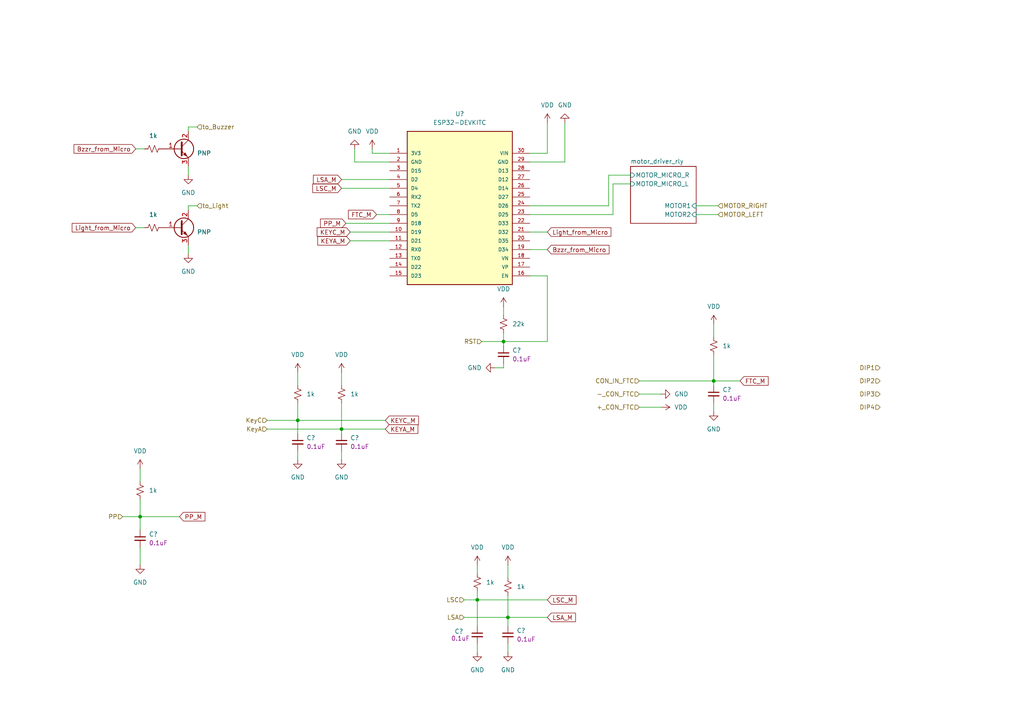
<source format=kicad_sch>
(kicad_sch
	(version 20250114)
	(generator "eeschema")
	(generator_version "9.0")
	(uuid "3cb296a1-9e0c-4907-aed5-6e47af9676c7")
	(paper "A4")
	(lib_symbols
		(symbol "Device:R_Small_US"
			(pin_numbers
				(hide yes)
			)
			(pin_names
				(offset 0.254)
				(hide yes)
			)
			(exclude_from_sim no)
			(in_bom yes)
			(on_board yes)
			(property "Reference" "R"
				(at 0.762 0.508 0)
				(effects
					(font
						(size 1.27 1.27)
					)
					(justify left)
				)
			)
			(property "Value" "R_Small_US"
				(at 0.762 -1.016 0)
				(effects
					(font
						(size 1.27 1.27)
					)
					(justify left)
				)
			)
			(property "Footprint" ""
				(at 0 0 0)
				(effects
					(font
						(size 1.27 1.27)
					)
					(hide yes)
				)
			)
			(property "Datasheet" "~"
				(at 0 0 0)
				(effects
					(font
						(size 1.27 1.27)
					)
					(hide yes)
				)
			)
			(property "Description" "Resistor, small US symbol"
				(at 0 0 0)
				(effects
					(font
						(size 1.27 1.27)
					)
					(hide yes)
				)
			)
			(property "ki_keywords" "r resistor"
				(at 0 0 0)
				(effects
					(font
						(size 1.27 1.27)
					)
					(hide yes)
				)
			)
			(property "ki_fp_filters" "R_*"
				(at 0 0 0)
				(effects
					(font
						(size 1.27 1.27)
					)
					(hide yes)
				)
			)
			(symbol "R_Small_US_1_1"
				(polyline
					(pts
						(xy 0 1.524) (xy 1.016 1.143) (xy 0 0.762) (xy -1.016 0.381) (xy 0 0)
					)
					(stroke
						(width 0)
						(type default)
					)
					(fill
						(type none)
					)
				)
				(polyline
					(pts
						(xy 0 0) (xy 1.016 -0.381) (xy 0 -0.762) (xy -1.016 -1.143) (xy 0 -1.524)
					)
					(stroke
						(width 0)
						(type default)
					)
					(fill
						(type none)
					)
				)
				(pin passive line
					(at 0 2.54 270)
					(length 1.016)
					(name "~"
						(effects
							(font
								(size 1.27 1.27)
							)
						)
					)
					(number "1"
						(effects
							(font
								(size 1.27 1.27)
							)
						)
					)
				)
				(pin passive line
					(at 0 -2.54 90)
					(length 1.016)
					(name "~"
						(effects
							(font
								(size 1.27 1.27)
							)
						)
					)
					(number "2"
						(effects
							(font
								(size 1.27 1.27)
							)
						)
					)
				)
			)
			(embedded_fonts no)
		)
		(symbol "ESP32-DEVKITC:ESP32-DEVKITC"
			(pin_names
				(offset 1.016)
			)
			(exclude_from_sim no)
			(in_bom yes)
			(on_board yes)
			(property "Reference" "U1"
				(at 0 34.29 0)
				(effects
					(font
						(size 1.27 1.27)
					)
				)
			)
			(property "Value" "ESP32-DEVKITC"
				(at 0 31.75 0)
				(effects
					(font
						(size 1.27 1.27)
					)
				)
			)
			(property "Footprint" "ESP32-DEVKITC:MODULE_ESP32-DEVKITC"
				(at 0 0 0)
				(effects
					(font
						(size 1.27 1.27)
					)
					(justify bottom)
					(hide yes)
				)
			)
			(property "Datasheet" ""
				(at 0 0 0)
				(effects
					(font
						(size 1.27 1.27)
					)
					(hide yes)
				)
			)
			(property "Description" ""
				(at 0 0 0)
				(effects
					(font
						(size 1.27 1.27)
					)
					(justify bottom)
					(hide yes)
				)
			)
			(property "MF" ""
				(at 0 0 0)
				(effects
					(font
						(size 1.27 1.27)
					)
					(justify bottom)
					(hide yes)
				)
			)
			(property "Package" ""
				(at 0 0 0)
				(effects
					(font
						(size 1.27 1.27)
					)
					(justify bottom)
					(hide yes)
				)
			)
			(property "Price" ""
				(at 0 0 0)
				(effects
					(font
						(size 1.27 1.27)
					)
					(justify bottom)
					(hide yes)
				)
			)
			(property "Check_prices" ""
				(at 0 0 0)
				(effects
					(font
						(size 1.27 1.27)
					)
					(justify bottom)
					(hide yes)
				)
			)
			(property "STANDARD" ""
				(at 0 0 0)
				(effects
					(font
						(size 1.27 1.27)
					)
					(justify bottom)
					(hide yes)
				)
			)
			(property "PARTREV" ""
				(at 0 0 0)
				(effects
					(font
						(size 1.27 1.27)
					)
					(justify bottom)
					(hide yes)
				)
			)
			(property "SnapEDA_Link" ""
				(at 0 0 0)
				(effects
					(font
						(size 1.27 1.27)
					)
					(justify bottom)
					(hide yes)
				)
			)
			(property "MP" ""
				(at 0 0 0)
				(effects
					(font
						(size 1.27 1.27)
					)
					(justify bottom)
					(hide yes)
				)
			)
			(property "Availability" ""
				(at 0 0 0)
				(effects
					(font
						(size 1.27 1.27)
					)
					(justify bottom)
					(hide yes)
				)
			)
			(property "MANUFACTURER" ""
				(at 0 0 0)
				(effects
					(font
						(size 1.27 1.27)
					)
					(justify bottom)
					(hide yes)
				)
			)
			(symbol "ESP32-DEVKITC_0_0"
				(rectangle
					(start -15.24 29.21)
					(end 15.24 -15.24)
					(stroke
						(width 0.254)
						(type default)
					)
					(fill
						(type background)
					)
				)
				(pin power_in line
					(at -20.32 22.86 0)
					(length 5.08)
					(name "3V3"
						(effects
							(font
								(size 1.016 1.016)
							)
						)
					)
					(number "1"
						(effects
							(font
								(size 1.016 1.016)
							)
						)
					)
				)
				(pin power_in line
					(at -20.32 20.32 0)
					(length 5.08)
					(name "GND"
						(effects
							(font
								(size 1.016 1.016)
							)
						)
					)
					(number "2"
						(effects
							(font
								(size 1.016 1.016)
							)
						)
					)
				)
				(pin bidirectional line
					(at -20.32 17.78 0)
					(length 5.08)
					(name "D15"
						(effects
							(font
								(size 1.016 1.016)
							)
						)
					)
					(number "3"
						(effects
							(font
								(size 1.016 1.016)
							)
						)
					)
				)
				(pin input line
					(at -20.32 15.24 0)
					(length 5.08)
					(name "D2"
						(effects
							(font
								(size 1.016 1.016)
							)
						)
					)
					(number "4"
						(effects
							(font
								(size 1.016 1.016)
							)
						)
					)
				)
				(pin bidirectional line
					(at -20.32 12.7 0)
					(length 5.08)
					(name "D4"
						(effects
							(font
								(size 1.016 1.016)
							)
						)
					)
					(number "5"
						(effects
							(font
								(size 1.016 1.016)
							)
						)
					)
				)
				(pin bidirectional line
					(at -20.32 10.16 0)
					(length 5.08)
					(name "RX2"
						(effects
							(font
								(size 1.016 1.016)
							)
						)
					)
					(number "6"
						(effects
							(font
								(size 1.016 1.016)
							)
						)
					)
				)
				(pin bidirectional line
					(at -20.32 7.62 0)
					(length 5.08)
					(name "TX2"
						(effects
							(font
								(size 1.016 1.016)
							)
						)
					)
					(number "7"
						(effects
							(font
								(size 1.016 1.016)
							)
						)
					)
				)
				(pin bidirectional line
					(at -20.32 5.08 0)
					(length 5.08)
					(name "D5"
						(effects
							(font
								(size 1.016 1.016)
							)
						)
					)
					(number "8"
						(effects
							(font
								(size 1.016 1.016)
							)
						)
					)
				)
				(pin bidirectional line
					(at -20.32 2.54 0)
					(length 5.08)
					(name "D18"
						(effects
							(font
								(size 1.016 1.016)
							)
						)
					)
					(number "9"
						(effects
							(font
								(size 1.016 1.016)
							)
						)
					)
				)
				(pin bidirectional line
					(at -20.32 0 0)
					(length 5.08)
					(name "D19"
						(effects
							(font
								(size 1.016 1.016)
							)
						)
					)
					(number "10"
						(effects
							(font
								(size 1.016 1.016)
							)
						)
					)
				)
				(pin bidirectional line
					(at -20.32 -2.54 0)
					(length 5.08)
					(name "D21"
						(effects
							(font
								(size 1.016 1.016)
							)
						)
					)
					(number "11"
						(effects
							(font
								(size 1.016 1.016)
							)
						)
					)
				)
				(pin bidirectional line
					(at -20.32 -5.08 0)
					(length 5.08)
					(name "RX0"
						(effects
							(font
								(size 1.016 1.016)
							)
						)
					)
					(number "12"
						(effects
							(font
								(size 1.016 1.016)
							)
						)
					)
				)
				(pin bidirectional line
					(at -20.32 -7.62 0)
					(length 5.08)
					(name "TX0"
						(effects
							(font
								(size 1.016 1.016)
							)
						)
					)
					(number "13"
						(effects
							(font
								(size 1.016 1.016)
							)
						)
					)
				)
				(pin power_in line
					(at -20.32 -10.16 0)
					(length 5.08)
					(name "D22"
						(effects
							(font
								(size 1.016 1.016)
							)
						)
					)
					(number "14"
						(effects
							(font
								(size 1.016 1.016)
							)
						)
					)
				)
				(pin bidirectional line
					(at -20.32 -12.7 0)
					(length 5.08)
					(name "D23"
						(effects
							(font
								(size 1.016 1.016)
							)
						)
					)
					(number "15"
						(effects
							(font
								(size 1.016 1.016)
							)
						)
					)
				)
				(pin power_in line
					(at 20.32 22.86 180)
					(length 5.08)
					(name "VIN"
						(effects
							(font
								(size 1.016 1.016)
							)
						)
					)
					(number "30"
						(effects
							(font
								(size 1.016 1.016)
							)
						)
					)
				)
				(pin bidirectional line
					(at 20.32 20.32 180)
					(length 5.08)
					(name "GND"
						(effects
							(font
								(size 1.016 1.016)
							)
						)
					)
					(number "29"
						(effects
							(font
								(size 1.016 1.016)
							)
						)
					)
				)
				(pin bidirectional line
					(at 20.32 17.78 180)
					(length 5.08)
					(name "D13"
						(effects
							(font
								(size 1.016 1.016)
							)
						)
					)
					(number "28"
						(effects
							(font
								(size 1.016 1.016)
							)
						)
					)
				)
				(pin output line
					(at 20.32 15.24 180)
					(length 5.08)
					(name "D12"
						(effects
							(font
								(size 1.016 1.016)
							)
						)
					)
					(number "27"
						(effects
							(font
								(size 1.016 1.016)
							)
						)
					)
				)
				(pin input line
					(at 20.32 12.7 180)
					(length 5.08)
					(name "D14"
						(effects
							(font
								(size 1.016 1.016)
							)
						)
					)
					(number "26"
						(effects
							(font
								(size 1.016 1.016)
							)
						)
					)
				)
				(pin bidirectional line
					(at 20.32 10.16 180)
					(length 5.08)
					(name "D27"
						(effects
							(font
								(size 1.016 1.016)
							)
						)
					)
					(number "25"
						(effects
							(font
								(size 1.016 1.016)
							)
						)
					)
				)
				(pin power_in line
					(at 20.32 7.62 180)
					(length 5.08)
					(name "D26"
						(effects
							(font
								(size 1.016 1.016)
							)
						)
					)
					(number "24"
						(effects
							(font
								(size 1.016 1.016)
							)
						)
					)
				)
				(pin bidirectional line
					(at 20.32 5.08 180)
					(length 5.08)
					(name "D25"
						(effects
							(font
								(size 1.016 1.016)
							)
						)
					)
					(number "23"
						(effects
							(font
								(size 1.016 1.016)
							)
						)
					)
				)
				(pin bidirectional line
					(at 20.32 2.54 180)
					(length 5.08)
					(name "D33"
						(effects
							(font
								(size 1.016 1.016)
							)
						)
					)
					(number "22"
						(effects
							(font
								(size 1.016 1.016)
							)
						)
					)
				)
				(pin bidirectional line
					(at 20.32 0 180)
					(length 5.08)
					(name "D32"
						(effects
							(font
								(size 1.016 1.016)
							)
						)
					)
					(number "21"
						(effects
							(font
								(size 1.016 1.016)
							)
						)
					)
				)
				(pin bidirectional line
					(at 20.32 -2.54 180)
					(length 5.08)
					(name "D35"
						(effects
							(font
								(size 1.016 1.016)
							)
						)
					)
					(number "20"
						(effects
							(font
								(size 1.016 1.016)
							)
						)
					)
				)
				(pin bidirectional line
					(at 20.32 -5.08 180)
					(length 5.08)
					(name "D34"
						(effects
							(font
								(size 1.016 1.016)
							)
						)
					)
					(number "19"
						(effects
							(font
								(size 1.016 1.016)
							)
						)
					)
				)
				(pin bidirectional line
					(at 20.32 -7.62 180)
					(length 5.08)
					(name "VN"
						(effects
							(font
								(size 1.016 1.016)
							)
						)
					)
					(number "18"
						(effects
							(font
								(size 1.016 1.016)
							)
						)
					)
				)
				(pin bidirectional line
					(at 20.32 -10.16 180)
					(length 5.08)
					(name "VP"
						(effects
							(font
								(size 1.016 1.016)
							)
						)
					)
					(number "17"
						(effects
							(font
								(size 1.016 1.016)
							)
						)
					)
				)
				(pin bidirectional line
					(at 20.32 -12.7 180)
					(length 5.08)
					(name "EN"
						(effects
							(font
								(size 1.016 1.016)
							)
						)
					)
					(number "16"
						(effects
							(font
								(size 1.016 1.016)
							)
						)
					)
				)
			)
			(embedded_fonts no)
		)
		(symbol "PCM_4ms_Capacitor:100nF_0603_16V"
			(pin_numbers
				(hide yes)
			)
			(pin_names
				(offset 0.254)
				(hide yes)
			)
			(exclude_from_sim no)
			(in_bom yes)
			(on_board yes)
			(property "Reference" "C"
				(at 1.905 1.27 0)
				(effects
					(font
						(size 1.27 1.27)
					)
					(justify left)
				)
			)
			(property "Value" "100nF_0603_16V"
				(at 0 3.81 0)
				(effects
					(font
						(size 1.27 1.27)
					)
					(hide yes)
				)
			)
			(property "Footprint" "4ms_Capacitor:C_0603"
				(at -2.54 -5.08 0)
				(effects
					(font
						(size 1.27 1.27)
					)
					(justify left)
					(hide yes)
				)
			)
			(property "Datasheet" ""
				(at 0 0 0)
				(effects
					(font
						(size 1.27 1.27)
					)
					(hide yes)
				)
			)
			(property "Description" "0.1uF, Min. 16V 10%, X7R or X5R or similar"
				(at 0 0 0)
				(effects
					(font
						(size 1.27 1.27)
					)
					(hide yes)
				)
			)
			(property "Specifications" "0.1uF, Min. 16V 10%, X7R or X5R or similar"
				(at -2.54 -7.874 0)
				(effects
					(font
						(size 1.27 1.27)
					)
					(justify left)
					(hide yes)
				)
			)
			(property "Manufacturer" "AVX Corporation"
				(at -2.54 -9.398 0)
				(effects
					(font
						(size 1.27 1.27)
					)
					(justify left)
					(hide yes)
				)
			)
			(property "Part Number" "0603YC104KAT2A"
				(at -2.54 -10.922 0)
				(effects
					(font
						(size 1.27 1.27)
					)
					(justify left)
					(hide yes)
				)
			)
			(property "Display" "0.1uF"
				(at 1.905 -1.27 0)
				(effects
					(font
						(size 1.27 1.27)
					)
					(justify left)
				)
			)
			(property "JLCPCB ID" "C14663"
				(at 1.27 -12.7 0)
				(effects
					(font
						(size 1.27 1.27)
					)
					(hide yes)
				)
			)
			(property "ki_keywords" "100nF_0603_16V"
				(at 0 0 0)
				(effects
					(font
						(size 1.27 1.27)
					)
					(hide yes)
				)
			)
			(property "ki_fp_filters" "C_*"
				(at 0 0 0)
				(effects
					(font
						(size 1.27 1.27)
					)
					(hide yes)
				)
			)
			(symbol "100nF_0603_16V_0_1"
				(polyline
					(pts
						(xy -1.524 0.508) (xy 1.524 0.508)
					)
					(stroke
						(width 0.3048)
						(type default)
					)
					(fill
						(type none)
					)
				)
				(polyline
					(pts
						(xy -1.524 -0.508) (xy 1.524 -0.508)
					)
					(stroke
						(width 0.3302)
						(type default)
					)
					(fill
						(type none)
					)
				)
			)
			(symbol "100nF_0603_16V_1_1"
				(pin passive line
					(at 0 2.54 270)
					(length 2.032)
					(name "~"
						(effects
							(font
								(size 1.27 1.27)
							)
						)
					)
					(number "1"
						(effects
							(font
								(size 1.27 1.27)
							)
						)
					)
				)
				(pin passive line
					(at 0 -2.54 90)
					(length 2.032)
					(name "~"
						(effects
							(font
								(size 1.27 1.27)
							)
						)
					)
					(number "2"
						(effects
							(font
								(size 1.27 1.27)
							)
						)
					)
				)
			)
			(embedded_fonts no)
		)
		(symbol "Transistor_BJT:PZT2222A"
			(pin_names
				(offset 0)
				(hide yes)
			)
			(exclude_from_sim no)
			(in_bom yes)
			(on_board yes)
			(property "Reference" "Q"
				(at 5.08 1.905 0)
				(effects
					(font
						(size 1.27 1.27)
					)
					(justify left)
				)
			)
			(property "Value" "PZT2222A"
				(at 5.08 0 0)
				(effects
					(font
						(size 1.27 1.27)
					)
					(justify left)
				)
			)
			(property "Footprint" "Package_TO_SOT_SMD:SOT-223-3_TabPin2"
				(at 5.08 -1.905 0)
				(effects
					(font
						(size 1.27 1.27)
						(italic yes)
					)
					(justify left)
					(hide yes)
				)
			)
			(property "Datasheet" "https://www.onsemi.com/pub/Collateral/PN2222-D.PDF"
				(at 0 0 0)
				(effects
					(font
						(size 1.27 1.27)
					)
					(justify left)
					(hide yes)
				)
			)
			(property "Description" "1A Ic, 40V Vce, NPN Transistor, General Purpose Transistor, SOT-223"
				(at 0 0 0)
				(effects
					(font
						(size 1.27 1.27)
					)
					(hide yes)
				)
			)
			(property "ki_keywords" "NPN General Puprose Transistor SMD"
				(at 0 0 0)
				(effects
					(font
						(size 1.27 1.27)
					)
					(hide yes)
				)
			)
			(property "ki_fp_filters" "SOT?223*"
				(at 0 0 0)
				(effects
					(font
						(size 1.27 1.27)
					)
					(hide yes)
				)
			)
			(symbol "PZT2222A_0_1"
				(polyline
					(pts
						(xy 0 0) (xy 0.635 0)
					)
					(stroke
						(width 0)
						(type default)
					)
					(fill
						(type none)
					)
				)
				(polyline
					(pts
						(xy 0.635 1.905) (xy 0.635 -1.905) (xy 0.635 -1.905)
					)
					(stroke
						(width 0.508)
						(type default)
					)
					(fill
						(type none)
					)
				)
				(polyline
					(pts
						(xy 1.143 -1.651) (xy 1.651 -1.143) (xy 2.159 -2.159) (xy 1.143 -1.651) (xy 1.143 -1.651)
					)
					(stroke
						(width 0)
						(type default)
					)
					(fill
						(type outline)
					)
				)
				(circle
					(center 1.27 0)
					(radius 2.8194)
					(stroke
						(width 0.254)
						(type default)
					)
					(fill
						(type none)
					)
				)
				(polyline
					(pts
						(xy 2.286 -2.286) (xy 1.778 -1.778) (xy 1.778 -1.778)
					)
					(stroke
						(width 0)
						(type default)
					)
					(fill
						(type none)
					)
				)
				(polyline
					(pts
						(xy 2.54 2.54) (xy 0.635 0.635)
					)
					(stroke
						(width 0)
						(type default)
					)
					(fill
						(type none)
					)
				)
				(polyline
					(pts
						(xy 2.54 -2.54) (xy 0.635 -0.635)
					)
					(stroke
						(width 0)
						(type default)
					)
					(fill
						(type none)
					)
				)
			)
			(symbol "PZT2222A_1_1"
				(pin input line
					(at -5.08 0 0)
					(length 5.08)
					(name "B"
						(effects
							(font
								(size 1.27 1.27)
							)
						)
					)
					(number "1"
						(effects
							(font
								(size 1.27 1.27)
							)
						)
					)
				)
				(pin passive line
					(at 2.54 5.08 270)
					(length 2.54)
					(name "C"
						(effects
							(font
								(size 1.27 1.27)
							)
						)
					)
					(number "2"
						(effects
							(font
								(size 1.27 1.27)
							)
						)
					)
				)
				(pin passive line
					(at 2.54 -5.08 90)
					(length 2.54)
					(name "E"
						(effects
							(font
								(size 1.27 1.27)
							)
						)
					)
					(number "3"
						(effects
							(font
								(size 1.27 1.27)
							)
						)
					)
				)
			)
			(embedded_fonts no)
		)
		(symbol "power:GND"
			(power)
			(pin_numbers
				(hide yes)
			)
			(pin_names
				(offset 0)
				(hide yes)
			)
			(exclude_from_sim no)
			(in_bom yes)
			(on_board yes)
			(property "Reference" "#PWR"
				(at 0 -6.35 0)
				(effects
					(font
						(size 1.27 1.27)
					)
					(hide yes)
				)
			)
			(property "Value" "GND"
				(at 0 -3.81 0)
				(effects
					(font
						(size 1.27 1.27)
					)
				)
			)
			(property "Footprint" ""
				(at 0 0 0)
				(effects
					(font
						(size 1.27 1.27)
					)
					(hide yes)
				)
			)
			(property "Datasheet" ""
				(at 0 0 0)
				(effects
					(font
						(size 1.27 1.27)
					)
					(hide yes)
				)
			)
			(property "Description" "Power symbol creates a global label with name \"GND\" , ground"
				(at 0 0 0)
				(effects
					(font
						(size 1.27 1.27)
					)
					(hide yes)
				)
			)
			(property "ki_keywords" "global power"
				(at 0 0 0)
				(effects
					(font
						(size 1.27 1.27)
					)
					(hide yes)
				)
			)
			(symbol "GND_0_1"
				(polyline
					(pts
						(xy 0 0) (xy 0 -1.27) (xy 1.27 -1.27) (xy 0 -2.54) (xy -1.27 -1.27) (xy 0 -1.27)
					)
					(stroke
						(width 0)
						(type default)
					)
					(fill
						(type none)
					)
				)
			)
			(symbol "GND_1_1"
				(pin power_in line
					(at 0 0 270)
					(length 0)
					(name "~"
						(effects
							(font
								(size 1.27 1.27)
							)
						)
					)
					(number "1"
						(effects
							(font
								(size 1.27 1.27)
							)
						)
					)
				)
			)
			(embedded_fonts no)
		)
		(symbol "power:VDD"
			(power)
			(pin_numbers
				(hide yes)
			)
			(pin_names
				(offset 0)
				(hide yes)
			)
			(exclude_from_sim no)
			(in_bom yes)
			(on_board yes)
			(property "Reference" "#PWR"
				(at 0 -3.81 0)
				(effects
					(font
						(size 1.27 1.27)
					)
					(hide yes)
				)
			)
			(property "Value" "VDD"
				(at 0 3.556 0)
				(effects
					(font
						(size 1.27 1.27)
					)
				)
			)
			(property "Footprint" ""
				(at 0 0 0)
				(effects
					(font
						(size 1.27 1.27)
					)
					(hide yes)
				)
			)
			(property "Datasheet" ""
				(at 0 0 0)
				(effects
					(font
						(size 1.27 1.27)
					)
					(hide yes)
				)
			)
			(property "Description" "Power symbol creates a global label with name \"VDD\""
				(at 0 0 0)
				(effects
					(font
						(size 1.27 1.27)
					)
					(hide yes)
				)
			)
			(property "ki_keywords" "global power"
				(at 0 0 0)
				(effects
					(font
						(size 1.27 1.27)
					)
					(hide yes)
				)
			)
			(symbol "VDD_0_1"
				(polyline
					(pts
						(xy -0.762 1.27) (xy 0 2.54)
					)
					(stroke
						(width 0)
						(type default)
					)
					(fill
						(type none)
					)
				)
				(polyline
					(pts
						(xy 0 2.54) (xy 0.762 1.27)
					)
					(stroke
						(width 0)
						(type default)
					)
					(fill
						(type none)
					)
				)
				(polyline
					(pts
						(xy 0 0) (xy 0 2.54)
					)
					(stroke
						(width 0)
						(type default)
					)
					(fill
						(type none)
					)
				)
			)
			(symbol "VDD_1_1"
				(pin power_in line
					(at 0 0 90)
					(length 0)
					(name "~"
						(effects
							(font
								(size 1.27 1.27)
							)
						)
					)
					(number "1"
						(effects
							(font
								(size 1.27 1.27)
							)
						)
					)
				)
			)
			(embedded_fonts no)
		)
	)
	(junction
		(at 99.06 124.46)
		(diameter 0)
		(color 0 0 0 0)
		(uuid "136070bc-c71a-4e65-8132-290fe920dab5")
	)
	(junction
		(at 207.01 110.49)
		(diameter 0)
		(color 0 0 0 0)
		(uuid "5cfd5d48-b61d-4f74-a803-2122426326b1")
	)
	(junction
		(at 146.05 99.06)
		(diameter 0)
		(color 0 0 0 0)
		(uuid "6565d35e-cd4b-4c7e-9afd-71966dd32475")
	)
	(junction
		(at 147.32 179.07)
		(diameter 0)
		(color 0 0 0 0)
		(uuid "7fb9cbe0-1042-4aee-8f8a-973e4a5b9393")
	)
	(junction
		(at 138.43 173.99)
		(diameter 0)
		(color 0 0 0 0)
		(uuid "82094a55-4be4-4965-a655-2674c49bacbf")
	)
	(junction
		(at 40.64 149.86)
		(diameter 0)
		(color 0 0 0 0)
		(uuid "a0516e25-a3eb-4578-862c-2fabc8ba35cd")
	)
	(junction
		(at 86.36 121.92)
		(diameter 0)
		(color 0 0 0 0)
		(uuid "c046c4b9-05f2-4e67-8d28-74d5374ee617")
	)
	(wire
		(pts
			(xy 77.47 121.92) (xy 86.36 121.92)
		)
		(stroke
			(width 0)
			(type default)
		)
		(uuid "02a18afd-f5b9-4996-b8d7-d369c687b4a8")
	)
	(wire
		(pts
			(xy 40.64 149.86) (xy 40.64 153.67)
		)
		(stroke
			(width 0)
			(type default)
		)
		(uuid "031d15fe-83e9-47e3-9d21-0d5c49892fa7")
	)
	(wire
		(pts
			(xy 40.64 158.75) (xy 40.64 163.83)
		)
		(stroke
			(width 0)
			(type default)
		)
		(uuid "05de7069-68bc-4962-a1fd-2a121a464dc3")
	)
	(wire
		(pts
			(xy 147.32 172.72) (xy 147.32 179.07)
		)
		(stroke
			(width 0)
			(type default)
		)
		(uuid "06106b22-9a3b-4f33-9c38-8c673d9460cb")
	)
	(wire
		(pts
			(xy 163.83 35.56) (xy 163.83 46.99)
		)
		(stroke
			(width 0)
			(type default)
		)
		(uuid "09a79058-498e-4491-bdfe-562a1505e96c")
	)
	(wire
		(pts
			(xy 153.67 67.31) (xy 158.75 67.31)
		)
		(stroke
			(width 0)
			(type default)
		)
		(uuid "0edb54aa-6717-4d4a-96be-7bd63a77674d")
	)
	(wire
		(pts
			(xy 147.32 179.07) (xy 158.75 179.07)
		)
		(stroke
			(width 0)
			(type default)
		)
		(uuid "101650e3-953f-4d65-87f7-cc950d908675")
	)
	(wire
		(pts
			(xy 146.05 99.06) (xy 158.75 99.06)
		)
		(stroke
			(width 0)
			(type default)
		)
		(uuid "107b2cd2-685f-46d5-9a3b-f3a5c7cb3959")
	)
	(wire
		(pts
			(xy 39.37 66.04) (xy 41.91 66.04)
		)
		(stroke
			(width 0)
			(type default)
		)
		(uuid "11d048de-f4bf-49cb-9736-949279165cea")
	)
	(wire
		(pts
			(xy 207.01 110.49) (xy 214.63 110.49)
		)
		(stroke
			(width 0)
			(type default)
		)
		(uuid "17985abd-b74a-41d8-b851-1a258f0d3235")
	)
	(wire
		(pts
			(xy 146.05 106.68) (xy 146.05 105.41)
		)
		(stroke
			(width 0)
			(type default)
		)
		(uuid "19448b3c-3c34-45bc-b4bc-665e0177fb81")
	)
	(wire
		(pts
			(xy 176.53 59.69) (xy 176.53 50.8)
		)
		(stroke
			(width 0)
			(type default)
		)
		(uuid "20f3092b-76cf-4374-9501-65f415e47afd")
	)
	(wire
		(pts
			(xy 158.75 35.56) (xy 158.75 44.45)
		)
		(stroke
			(width 0)
			(type default)
		)
		(uuid "23345918-90fe-4446-80dc-2e532fc77aac")
	)
	(wire
		(pts
			(xy 138.43 163.83) (xy 138.43 166.37)
		)
		(stroke
			(width 0)
			(type default)
		)
		(uuid "2fbbccf1-42b0-4f3e-92f5-315da1969374")
	)
	(wire
		(pts
			(xy 158.75 44.45) (xy 153.67 44.45)
		)
		(stroke
			(width 0)
			(type default)
		)
		(uuid "35e18baf-cef1-43eb-9fec-493c1293bbe5")
	)
	(wire
		(pts
			(xy 99.06 130.81) (xy 99.06 133.35)
		)
		(stroke
			(width 0)
			(type default)
		)
		(uuid "38221475-3c54-4f35-98ec-d4bf63c63951")
	)
	(wire
		(pts
			(xy 40.64 149.86) (xy 52.07 149.86)
		)
		(stroke
			(width 0)
			(type default)
		)
		(uuid "3874dc02-8818-408b-99ae-28827239e6a7")
	)
	(wire
		(pts
			(xy 201.93 62.23) (xy 208.28 62.23)
		)
		(stroke
			(width 0)
			(type default)
		)
		(uuid "3900fa9f-27a8-4ba5-836d-2a18bf3ccf7e")
	)
	(wire
		(pts
			(xy 107.95 44.45) (xy 113.03 44.45)
		)
		(stroke
			(width 0)
			(type default)
		)
		(uuid "3e7fbd76-7e8b-42a3-aa48-d9e0d1d9b4b4")
	)
	(wire
		(pts
			(xy 54.61 36.83) (xy 54.61 38.1)
		)
		(stroke
			(width 0)
			(type default)
		)
		(uuid "4b09f298-4d51-4aba-8e5f-7c689e3e7ae2")
	)
	(wire
		(pts
			(xy 139.7 99.06) (xy 146.05 99.06)
		)
		(stroke
			(width 0)
			(type default)
		)
		(uuid "4b885adf-af6f-4cfe-984e-86757161fc2f")
	)
	(wire
		(pts
			(xy 185.42 114.3) (xy 191.77 114.3)
		)
		(stroke
			(width 0)
			(type default)
		)
		(uuid "4e831655-18b7-4828-b400-6651fe252d72")
	)
	(wire
		(pts
			(xy 86.36 121.92) (xy 111.76 121.92)
		)
		(stroke
			(width 0)
			(type default)
		)
		(uuid "5014f728-acea-4c91-8ecd-fbab16eb69b7")
	)
	(wire
		(pts
			(xy 99.06 124.46) (xy 111.76 124.46)
		)
		(stroke
			(width 0)
			(type default)
		)
		(uuid "569a17cd-dcec-4385-9966-6bb8d1bc84d0")
	)
	(wire
		(pts
			(xy 54.61 59.69) (xy 54.61 60.96)
		)
		(stroke
			(width 0)
			(type default)
		)
		(uuid "5a1e671b-cc8b-46a8-8aa7-e1adff25bc32")
	)
	(wire
		(pts
			(xy 100.33 64.77) (xy 113.03 64.77)
		)
		(stroke
			(width 0)
			(type default)
		)
		(uuid "5d300f4f-dd32-40c0-986a-527484233289")
	)
	(wire
		(pts
			(xy 57.15 36.83) (xy 54.61 36.83)
		)
		(stroke
			(width 0)
			(type default)
		)
		(uuid "5d8d04a6-6763-4230-8ad8-9e04cce467f8")
	)
	(wire
		(pts
			(xy 35.56 149.86) (xy 40.64 149.86)
		)
		(stroke
			(width 0)
			(type default)
		)
		(uuid "5e24dd8b-11aa-40cf-bfc0-a9714df249b2")
	)
	(wire
		(pts
			(xy 99.06 54.61) (xy 113.03 54.61)
		)
		(stroke
			(width 0)
			(type default)
		)
		(uuid "609cb0bc-1349-45f4-a21d-66cd3bff0d1a")
	)
	(wire
		(pts
			(xy 40.64 144.78) (xy 40.64 149.86)
		)
		(stroke
			(width 0)
			(type default)
		)
		(uuid "699192e3-eacc-4ccb-8a0f-ded48597679e")
	)
	(wire
		(pts
			(xy 86.36 107.95) (xy 86.36 111.76)
		)
		(stroke
			(width 0)
			(type default)
		)
		(uuid "6a15a6e9-3c2a-45d7-9f7e-3799d9380399")
	)
	(wire
		(pts
			(xy 158.75 80.01) (xy 153.67 80.01)
		)
		(stroke
			(width 0)
			(type default)
		)
		(uuid "786f4d5c-6ae8-43fb-b87a-ac4fbf00ba26")
	)
	(wire
		(pts
			(xy 138.43 173.99) (xy 134.62 173.99)
		)
		(stroke
			(width 0)
			(type default)
		)
		(uuid "787dd16b-105e-4a1b-8344-d6bf84229233")
	)
	(wire
		(pts
			(xy 146.05 96.52) (xy 146.05 99.06)
		)
		(stroke
			(width 0)
			(type default)
		)
		(uuid "7c5be395-af2e-4ee2-a7b9-2154a7acc5be")
	)
	(wire
		(pts
			(xy 185.42 110.49) (xy 207.01 110.49)
		)
		(stroke
			(width 0)
			(type default)
		)
		(uuid "7febf332-a047-43fe-b5c9-9d354c8aba50")
	)
	(wire
		(pts
			(xy 207.01 102.87) (xy 207.01 110.49)
		)
		(stroke
			(width 0)
			(type default)
		)
		(uuid "806705b0-2920-4a17-8115-6784f8ab4396")
	)
	(wire
		(pts
			(xy 86.36 130.81) (xy 86.36 133.35)
		)
		(stroke
			(width 0)
			(type default)
		)
		(uuid "84abc153-fcea-4b26-bbc6-b07e67f33e77")
	)
	(wire
		(pts
			(xy 40.64 135.89) (xy 40.64 139.7)
		)
		(stroke
			(width 0)
			(type default)
		)
		(uuid "85700578-28a1-4ddc-b9cd-2c2aac0d77eb")
	)
	(wire
		(pts
			(xy 153.67 72.39) (xy 158.75 72.39)
		)
		(stroke
			(width 0)
			(type default)
		)
		(uuid "862f8bb1-9d5f-489e-ad3c-3e5366958e39")
	)
	(wire
		(pts
			(xy 99.06 107.95) (xy 99.06 111.76)
		)
		(stroke
			(width 0)
			(type default)
		)
		(uuid "8aeb283f-1b1f-42b8-8ace-54a1ae674a57")
	)
	(wire
		(pts
			(xy 177.8 62.23) (xy 177.8 53.34)
		)
		(stroke
			(width 0)
			(type default)
		)
		(uuid "8ea1d2f2-7f39-4c51-9555-1a8f643b9c1f")
	)
	(wire
		(pts
			(xy 143.51 106.68) (xy 146.05 106.68)
		)
		(stroke
			(width 0)
			(type default)
		)
		(uuid "8f396fb5-15bd-4c1a-b496-ed5e755beb47")
	)
	(wire
		(pts
			(xy 99.06 116.84) (xy 99.06 124.46)
		)
		(stroke
			(width 0)
			(type default)
		)
		(uuid "8fcb9630-6698-4ba2-a7da-1017a1dbfb5a")
	)
	(wire
		(pts
			(xy 54.61 71.12) (xy 54.61 73.66)
		)
		(stroke
			(width 0)
			(type default)
		)
		(uuid "96969736-f259-4415-9b45-ba5d508a7ad0")
	)
	(wire
		(pts
			(xy 39.37 43.18) (xy 41.91 43.18)
		)
		(stroke
			(width 0)
			(type default)
		)
		(uuid "9a7a193b-9b53-46f9-9803-85c2401b1096")
	)
	(wire
		(pts
			(xy 207.01 116.84) (xy 207.01 119.38)
		)
		(stroke
			(width 0)
			(type default)
		)
		(uuid "a0a6746b-97bc-41ea-8f8f-a756ec8e3de5")
	)
	(wire
		(pts
			(xy 138.43 173.99) (xy 138.43 181.61)
		)
		(stroke
			(width 0)
			(type default)
		)
		(uuid "a39dc746-1506-4add-94b7-660808025a0f")
	)
	(wire
		(pts
			(xy 147.32 186.69) (xy 147.32 189.23)
		)
		(stroke
			(width 0)
			(type default)
		)
		(uuid "a67812db-612c-45d1-be06-6328de3c7adf")
	)
	(wire
		(pts
			(xy 99.06 124.46) (xy 99.06 125.73)
		)
		(stroke
			(width 0)
			(type default)
		)
		(uuid "a7247a25-e083-4256-b4f1-9483d2a0f201")
	)
	(wire
		(pts
			(xy 134.62 179.07) (xy 147.32 179.07)
		)
		(stroke
			(width 0)
			(type default)
		)
		(uuid "ab614f57-e4c7-4a36-9f76-4c98192fba2a")
	)
	(wire
		(pts
			(xy 201.93 59.69) (xy 208.28 59.69)
		)
		(stroke
			(width 0)
			(type default)
		)
		(uuid "ab8ee535-8298-4cc4-a10d-94c71fc3ce17")
	)
	(wire
		(pts
			(xy 54.61 48.26) (xy 54.61 50.8)
		)
		(stroke
			(width 0)
			(type default)
		)
		(uuid "ad0672a3-cca4-4480-b6e9-5e2db74be47c")
	)
	(wire
		(pts
			(xy 102.87 46.99) (xy 113.03 46.99)
		)
		(stroke
			(width 0)
			(type default)
		)
		(uuid "aff5f5d3-b0d1-482a-a7b3-10b23422c8db")
	)
	(wire
		(pts
			(xy 163.83 46.99) (xy 153.67 46.99)
		)
		(stroke
			(width 0)
			(type default)
		)
		(uuid "b12be78b-8af3-4482-ac70-93bae2afa5cd")
	)
	(wire
		(pts
			(xy 138.43 186.69) (xy 138.43 189.23)
		)
		(stroke
			(width 0)
			(type default)
		)
		(uuid "b6c200fd-7d98-4c51-8b57-5924d98fd243")
	)
	(wire
		(pts
			(xy 153.67 59.69) (xy 176.53 59.69)
		)
		(stroke
			(width 0)
			(type default)
		)
		(uuid "b6e1f48f-c210-448f-b3f0-bf78b013b21e")
	)
	(wire
		(pts
			(xy 57.15 59.69) (xy 54.61 59.69)
		)
		(stroke
			(width 0)
			(type default)
		)
		(uuid "ba178f16-e3c5-4a41-8337-888ae7258213")
	)
	(wire
		(pts
			(xy 86.36 116.84) (xy 86.36 121.92)
		)
		(stroke
			(width 0)
			(type default)
		)
		(uuid "babb3ba7-8700-4ec5-929a-63a804239633")
	)
	(wire
		(pts
			(xy 101.6 67.31) (xy 113.03 67.31)
		)
		(stroke
			(width 0)
			(type default)
		)
		(uuid "bc30f0ea-e5df-4d05-9f9a-167f23b13aef")
	)
	(wire
		(pts
			(xy 107.95 43.18) (xy 107.95 44.45)
		)
		(stroke
			(width 0)
			(type default)
		)
		(uuid "c272b2b3-57d6-4771-a074-2851e6159784")
	)
	(wire
		(pts
			(xy 147.32 163.83) (xy 147.32 167.64)
		)
		(stroke
			(width 0)
			(type default)
		)
		(uuid "cb3c006f-767a-40b0-bf15-9ae1c5dfa66a")
	)
	(wire
		(pts
			(xy 207.01 110.49) (xy 207.01 111.76)
		)
		(stroke
			(width 0)
			(type default)
		)
		(uuid "cca701bc-2cba-43c8-9de2-70865544063d")
	)
	(wire
		(pts
			(xy 147.32 179.07) (xy 147.32 181.61)
		)
		(stroke
			(width 0)
			(type default)
		)
		(uuid "cebeafa7-c70f-4fa3-979d-4497c276e2e7")
	)
	(wire
		(pts
			(xy 77.47 124.46) (xy 99.06 124.46)
		)
		(stroke
			(width 0)
			(type default)
		)
		(uuid "d2e1bf94-28b6-45cd-8532-4935384e8583")
	)
	(wire
		(pts
			(xy 146.05 88.9) (xy 146.05 91.44)
		)
		(stroke
			(width 0)
			(type default)
		)
		(uuid "d43a39dc-7d1e-4a09-b0c8-d0aa0725986f")
	)
	(wire
		(pts
			(xy 185.42 118.11) (xy 191.77 118.11)
		)
		(stroke
			(width 0)
			(type default)
		)
		(uuid "dc1fbdf8-35a9-4d1f-bacb-b3370c6ea533")
	)
	(wire
		(pts
			(xy 138.43 173.99) (xy 158.75 173.99)
		)
		(stroke
			(width 0)
			(type default)
		)
		(uuid "e09f00ab-ff14-42c2-926d-bc91177514b0")
	)
	(wire
		(pts
			(xy 177.8 53.34) (xy 182.88 53.34)
		)
		(stroke
			(width 0)
			(type default)
		)
		(uuid "e39ff132-79be-4c50-a7c1-ffe1221586d8")
	)
	(wire
		(pts
			(xy 99.06 52.07) (xy 113.03 52.07)
		)
		(stroke
			(width 0)
			(type default)
		)
		(uuid "e442a950-2d83-4b57-be14-bacb73230b29")
	)
	(wire
		(pts
			(xy 86.36 121.92) (xy 86.36 125.73)
		)
		(stroke
			(width 0)
			(type default)
		)
		(uuid "e723d7f1-1943-4919-8638-d6b27e92cf16")
	)
	(wire
		(pts
			(xy 207.01 93.98) (xy 207.01 97.79)
		)
		(stroke
			(width 0)
			(type default)
		)
		(uuid "e9c00714-a1c4-4650-849d-c670090ef63a")
	)
	(wire
		(pts
			(xy 153.67 62.23) (xy 177.8 62.23)
		)
		(stroke
			(width 0)
			(type default)
		)
		(uuid "eb7eccd0-7ac3-462d-8126-34c09f1daf21")
	)
	(wire
		(pts
			(xy 176.53 50.8) (xy 182.88 50.8)
		)
		(stroke
			(width 0)
			(type default)
		)
		(uuid "ec63f9d7-8dda-4783-8da2-95e664ee44cd")
	)
	(wire
		(pts
			(xy 102.87 43.18) (xy 102.87 46.99)
		)
		(stroke
			(width 0)
			(type default)
		)
		(uuid "eeb58e2a-39f6-4be6-829d-8c107ab929e2")
	)
	(wire
		(pts
			(xy 101.6 69.85) (xy 113.03 69.85)
		)
		(stroke
			(width 0)
			(type default)
		)
		(uuid "f30afb6c-2e8a-401b-bd31-791942cc9c20")
	)
	(wire
		(pts
			(xy 146.05 99.06) (xy 146.05 100.33)
		)
		(stroke
			(width 0)
			(type default)
		)
		(uuid "f4c565d8-3226-452d-9e73-2921d23bd53c")
	)
	(wire
		(pts
			(xy 109.22 62.23) (xy 113.03 62.23)
		)
		(stroke
			(width 0)
			(type default)
		)
		(uuid "f56a247f-9ace-4968-afd0-89f09e4bdf9d")
	)
	(wire
		(pts
			(xy 158.75 99.06) (xy 158.75 80.01)
		)
		(stroke
			(width 0)
			(type default)
		)
		(uuid "f79ca7c3-568c-4156-b9d2-440e3ca3b6c5")
	)
	(wire
		(pts
			(xy 138.43 171.45) (xy 138.43 173.99)
		)
		(stroke
			(width 0)
			(type default)
		)
		(uuid "fe9e5760-090b-4e0a-94cd-18a377ee5d96")
	)
	(global_label "KEYC_M"
		(shape input)
		(at 101.6 67.31 180)
		(fields_autoplaced yes)
		(effects
			(font
				(size 1.27 1.27)
			)
			(justify right)
		)
		(uuid "3b10e1c5-c7c9-4640-baad-22ee408c473d")
		(property "Intersheetrefs" "${INTERSHEET_REFS}"
			(at 91.4182 67.31 0)
			(effects
				(font
					(size 1.27 1.27)
				)
				(justify right)
				(hide yes)
			)
		)
	)
	(global_label "KEYA_M"
		(shape input)
		(at 101.6 69.85 180)
		(fields_autoplaced yes)
		(effects
			(font
				(size 1.27 1.27)
			)
			(justify right)
		)
		(uuid "4481bd66-d4ef-4c0e-85a2-46eeffc5e36c")
		(property "Intersheetrefs" "${INTERSHEET_REFS}"
			(at 91.5996 69.85 0)
			(effects
				(font
					(size 1.27 1.27)
				)
				(justify right)
				(hide yes)
			)
		)
	)
	(global_label "KEYA_M"
		(shape input)
		(at 111.76 124.46 0)
		(fields_autoplaced yes)
		(effects
			(font
				(size 1.27 1.27)
			)
			(justify left)
		)
		(uuid "49059513-e358-4a21-b08b-7b7774655583")
		(property "Intersheetrefs" "${INTERSHEET_REFS}"
			(at 121.7604 124.46 0)
			(effects
				(font
					(size 1.27 1.27)
				)
				(justify left)
				(hide yes)
			)
		)
	)
	(global_label "Bzzr_from_Micro"
		(shape input)
		(at 39.37 43.18 180)
		(fields_autoplaced yes)
		(effects
			(font
				(size 1.27 1.27)
			)
			(justify right)
		)
		(uuid "50a2bd27-166d-497a-82fd-970dca33c46e")
		(property "Intersheetrefs" "${INTERSHEET_REFS}"
			(at 20.903 43.18 0)
			(effects
				(font
					(size 1.27 1.27)
				)
				(justify right)
				(hide yes)
			)
		)
	)
	(global_label "Light_from_Micro"
		(shape input)
		(at 39.37 66.04 180)
		(fields_autoplaced yes)
		(effects
			(font
				(size 1.27 1.27)
			)
			(justify right)
		)
		(uuid "55d8c313-4318-4fd0-8d52-ca108acf698b")
		(property "Intersheetrefs" "${INTERSHEET_REFS}"
			(at 20.3588 66.04 0)
			(effects
				(font
					(size 1.27 1.27)
				)
				(justify right)
				(hide yes)
			)
		)
	)
	(global_label "PP_M"
		(shape input)
		(at 100.33 64.77 180)
		(fields_autoplaced yes)
		(effects
			(font
				(size 1.27 1.27)
			)
			(justify right)
		)
		(uuid "56e03423-6cb4-400a-a666-a7907393896b")
		(property "Intersheetrefs" "${INTERSHEET_REFS}"
			(at 92.3858 64.77 0)
			(effects
				(font
					(size 1.27 1.27)
				)
				(justify right)
				(hide yes)
			)
		)
	)
	(global_label "LSA_M"
		(shape input)
		(at 99.06 52.07 180)
		(fields_autoplaced yes)
		(effects
			(font
				(size 1.27 1.27)
			)
			(justify right)
		)
		(uuid "755996b7-5c75-4b16-8748-01422f898796")
		(property "Intersheetrefs" "${INTERSHEET_REFS}"
			(at 90.3296 52.07 0)
			(effects
				(font
					(size 1.27 1.27)
				)
				(justify right)
				(hide yes)
			)
		)
	)
	(global_label "Light_from_Micro"
		(shape input)
		(at 158.75 67.31 0)
		(fields_autoplaced yes)
		(effects
			(font
				(size 1.27 1.27)
			)
			(justify left)
		)
		(uuid "75ade422-1f28-4cdd-9f7a-b11727f62f1c")
		(property "Intersheetrefs" "${INTERSHEET_REFS}"
			(at 177.7612 67.31 0)
			(effects
				(font
					(size 1.27 1.27)
				)
				(justify left)
				(hide yes)
			)
		)
	)
	(global_label "FTC_M"
		(shape input)
		(at 214.63 110.49 0)
		(fields_autoplaced yes)
		(effects
			(font
				(size 1.27 1.27)
			)
			(justify left)
		)
		(uuid "7cfc69d6-2bff-4f7d-a611-8e567971d6bb")
		(property "Intersheetrefs" "${INTERSHEET_REFS}"
			(at 223.3604 110.49 0)
			(effects
				(font
					(size 1.27 1.27)
				)
				(justify left)
				(hide yes)
			)
		)
	)
	(global_label "LSC_M"
		(shape input)
		(at 99.06 54.61 180)
		(fields_autoplaced yes)
		(effects
			(font
				(size 1.27 1.27)
			)
			(justify right)
		)
		(uuid "876e8f5d-8100-48d4-989e-a26abb2c4e90")
		(property "Intersheetrefs" "${INTERSHEET_REFS}"
			(at 90.1482 54.61 0)
			(effects
				(font
					(size 1.27 1.27)
				)
				(justify right)
				(hide yes)
			)
		)
	)
	(global_label "PP_M"
		(shape input)
		(at 52.07 149.86 0)
		(fields_autoplaced yes)
		(effects
			(font
				(size 1.27 1.27)
			)
			(justify left)
		)
		(uuid "988e25b3-a0a8-45e7-879b-d42c3bf32348")
		(property "Intersheetrefs" "${INTERSHEET_REFS}"
			(at 60.0142 149.86 0)
			(effects
				(font
					(size 1.27 1.27)
				)
				(justify left)
				(hide yes)
			)
		)
	)
	(global_label "LSA_M"
		(shape input)
		(at 158.75 179.07 0)
		(fields_autoplaced yes)
		(effects
			(font
				(size 1.27 1.27)
			)
			(justify left)
		)
		(uuid "a135f92f-0e58-4b93-9b82-8da6240005af")
		(property "Intersheetrefs" "${INTERSHEET_REFS}"
			(at 167.4804 179.07 0)
			(effects
				(font
					(size 1.27 1.27)
				)
				(justify left)
				(hide yes)
			)
		)
	)
	(global_label "Bzzr_from_Micro"
		(shape input)
		(at 158.75 72.39 0)
		(fields_autoplaced yes)
		(effects
			(font
				(size 1.27 1.27)
			)
			(justify left)
		)
		(uuid "a950fb8b-fef7-47d3-b83b-01afc28ad431")
		(property "Intersheetrefs" "${INTERSHEET_REFS}"
			(at 177.217 72.39 0)
			(effects
				(font
					(size 1.27 1.27)
				)
				(justify left)
				(hide yes)
			)
		)
	)
	(global_label "KEYC_M"
		(shape input)
		(at 111.76 121.92 0)
		(fields_autoplaced yes)
		(effects
			(font
				(size 1.27 1.27)
			)
			(justify left)
		)
		(uuid "ecfa6729-6b4f-4971-9083-50318f12f09e")
		(property "Intersheetrefs" "${INTERSHEET_REFS}"
			(at 121.9418 121.92 0)
			(effects
				(font
					(size 1.27 1.27)
				)
				(justify left)
				(hide yes)
			)
		)
	)
	(global_label "LSC_M"
		(shape input)
		(at 158.75 173.99 0)
		(fields_autoplaced yes)
		(effects
			(font
				(size 1.27 1.27)
			)
			(justify left)
		)
		(uuid "ed800bbb-33cb-4f91-8984-1bb6f0f0a492")
		(property "Intersheetrefs" "${INTERSHEET_REFS}"
			(at 167.6618 173.99 0)
			(effects
				(font
					(size 1.27 1.27)
				)
				(justify left)
				(hide yes)
			)
		)
	)
	(global_label "FTC_M"
		(shape input)
		(at 109.22 62.23 180)
		(fields_autoplaced yes)
		(effects
			(font
				(size 1.27 1.27)
			)
			(justify right)
		)
		(uuid "ed9cc2b4-869a-40dd-acd2-1ef1b3463835")
		(property "Intersheetrefs" "${INTERSHEET_REFS}"
			(at 100.4896 62.23 0)
			(effects
				(font
					(size 1.27 1.27)
				)
				(justify right)
				(hide yes)
			)
		)
	)
	(hierarchical_label "KeyA"
		(shape input)
		(at 77.47 124.46 180)
		(effects
			(font
				(size 1.27 1.27)
			)
			(justify right)
		)
		(uuid "009828cd-b8cc-41bf-b3a7-77c179eee941")
	)
	(hierarchical_label "LSC"
		(shape input)
		(at 134.62 173.99 180)
		(effects
			(font
				(size 1.27 1.27)
			)
			(justify right)
		)
		(uuid "07ed383b-30ee-4ca7-a8a5-e922a57b95eb")
	)
	(hierarchical_label "+_CON_FTC"
		(shape input)
		(at 185.42 118.11 180)
		(effects
			(font
				(size 1.27 1.27)
			)
			(justify right)
		)
		(uuid "1639e12c-3f4a-4799-907c-f6c4c5cd5df3")
	)
	(hierarchical_label "LSA"
		(shape input)
		(at 134.62 179.07 180)
		(effects
			(font
				(size 1.27 1.27)
			)
			(justify right)
		)
		(uuid "35567250-48a9-4146-8616-e4c8473c1cb5")
	)
	(hierarchical_label "MOTOR_RIGHT"
		(shape input)
		(at 208.28 59.69 0)
		(effects
			(font
				(size 1.27 1.27)
			)
			(justify left)
		)
		(uuid "43c5c2b7-6fc5-4fa6-a48c-4e5660f63847")
	)
	(hierarchical_label "PP"
		(shape input)
		(at 35.56 149.86 180)
		(effects
			(font
				(size 1.27 1.27)
			)
			(justify right)
		)
		(uuid "50864bac-a5ce-442f-8978-613434f1b268")
	)
	(hierarchical_label "CON_IN_FTC"
		(shape input)
		(at 185.42 110.49 180)
		(effects
			(font
				(size 1.27 1.27)
			)
			(justify right)
		)
		(uuid "53aee78b-61f1-4ba0-8440-a8e8a40b9b71")
	)
	(hierarchical_label "KeyC"
		(shape input)
		(at 77.47 121.92 180)
		(effects
			(font
				(size 1.27 1.27)
			)
			(justify right)
		)
		(uuid "574f940c-87d5-4fad-980a-a41b4a87afa6")
	)
	(hierarchical_label "DIP2"
		(shape input)
		(at 255.27 110.49 180)
		(effects
			(font
				(size 1.27 1.27)
			)
			(justify right)
		)
		(uuid "6cfe1b60-7d75-4822-af8a-e7bbb8a63b43")
	)
	(hierarchical_label "to_Buzzer"
		(shape input)
		(at 57.15 36.83 0)
		(effects
			(font
				(size 1.27 1.27)
			)
			(justify left)
		)
		(uuid "7db12364-891f-45ea-ab41-7b046ec74db7")
	)
	(hierarchical_label "MOTOR_LEFT"
		(shape input)
		(at 208.28 62.23 0)
		(effects
			(font
				(size 1.27 1.27)
			)
			(justify left)
		)
		(uuid "86db69eb-89a0-483a-9859-05b3f3136150")
	)
	(hierarchical_label "DIP4"
		(shape input)
		(at 255.27 118.11 180)
		(effects
			(font
				(size 1.27 1.27)
			)
			(justify right)
		)
		(uuid "9fc35a19-8bad-4fed-a951-115a92aa3f2f")
	)
	(hierarchical_label "-_CON_FTC"
		(shape input)
		(at 185.42 114.3 180)
		(effects
			(font
				(size 1.27 1.27)
			)
			(justify right)
		)
		(uuid "a7e5b0d5-44b2-4275-ac4b-6338bc3caa74")
	)
	(hierarchical_label "RST"
		(shape input)
		(at 139.7 99.06 180)
		(effects
			(font
				(size 1.27 1.27)
			)
			(justify right)
		)
		(uuid "ce86e312-79ce-4803-854d-15d089b9904c")
	)
	(hierarchical_label "to_Light"
		(shape input)
		(at 57.15 59.69 0)
		(effects
			(font
				(size 1.27 1.27)
			)
			(justify left)
		)
		(uuid "e992a544-066b-4322-aa62-ee935aa567db")
	)
	(hierarchical_label "DIP3"
		(shape input)
		(at 255.27 114.3 180)
		(effects
			(font
				(size 1.27 1.27)
			)
			(justify right)
		)
		(uuid "fbc39106-9e38-4533-8c7f-9b64a0bf32a9")
	)
	(hierarchical_label "DIP1"
		(shape input)
		(at 255.27 106.68 180)
		(effects
			(font
				(size 1.27 1.27)
			)
			(justify right)
		)
		(uuid "fdb0f93c-cc86-4645-a439-a4f463c56454")
	)
	(symbol
		(lib_id "power:GND")
		(at 191.77 114.3 90)
		(unit 1)
		(exclude_from_sim no)
		(in_bom yes)
		(on_board yes)
		(dnp no)
		(fields_autoplaced yes)
		(uuid "0229a706-a858-4bfd-818b-f87295d134e6")
		(property "Reference" "#PWR?"
			(at 198.12 114.3 0)
			(effects
				(font
					(size 1.27 1.27)
				)
				(hide yes)
			)
		)
		(property "Value" "GND"
			(at 195.58 114.2999 90)
			(effects
				(font
					(size 1.27 1.27)
				)
				(justify right)
			)
		)
		(property "Footprint" ""
			(at 191.77 114.3 0)
			(effects
				(font
					(size 1.27 1.27)
				)
				(hide yes)
			)
		)
		(property "Datasheet" ""
			(at 191.77 114.3 0)
			(effects
				(font
					(size 1.27 1.27)
				)
				(hide yes)
			)
		)
		(property "Description" "Power symbol creates a global label with name \"GND\" , ground"
			(at 191.77 114.3 0)
			(effects
				(font
					(size 1.27 1.27)
				)
				(hide yes)
			)
		)
		(pin "1"
			(uuid "b8acb872-dcf5-4203-827d-0d20bd1d9a7e")
		)
		(instances
			(project "Proyecto board puerta"
				(path "/10750c3a-d383-45d6-b98c-cd879b600e84/470d22ce-1fe2-4179-8d6b-55797b69dbf4"
					(reference "#PWR7")
					(unit 1)
				)
			)
			(project "Board_Micro"
				(path "/3cb296a1-9e0c-4907-aed5-6e47af9676c7"
					(reference "#PWR?")
					(unit 1)
				)
			)
		)
	)
	(symbol
		(lib_id "power:VDD")
		(at 146.05 88.9 0)
		(unit 1)
		(exclude_from_sim no)
		(in_bom yes)
		(on_board yes)
		(dnp no)
		(fields_autoplaced yes)
		(uuid "080f614a-6763-4356-b48f-3245723d6250")
		(property "Reference" "#PWR?"
			(at 146.05 92.71 0)
			(effects
				(font
					(size 1.27 1.27)
				)
				(hide yes)
			)
		)
		(property "Value" "VDD"
			(at 146.05 83.82 0)
			(effects
				(font
					(size 1.27 1.27)
				)
			)
		)
		(property "Footprint" ""
			(at 146.05 88.9 0)
			(effects
				(font
					(size 1.27 1.27)
				)
				(hide yes)
			)
		)
		(property "Datasheet" ""
			(at 146.05 88.9 0)
			(effects
				(font
					(size 1.27 1.27)
				)
				(hide yes)
			)
		)
		(property "Description" "Power symbol creates a global label with name \"VDD\""
			(at 146.05 88.9 0)
			(effects
				(font
					(size 1.27 1.27)
				)
				(hide yes)
			)
		)
		(pin "1"
			(uuid "0084f78c-f7b0-4976-922b-051d1ddf2b8f")
		)
		(instances
			(project "Proyecto board puerta"
				(path "/10750c3a-d383-45d6-b98c-cd879b600e84/470d22ce-1fe2-4179-8d6b-55797b69dbf4"
					(reference "#PWR45")
					(unit 1)
				)
			)
			(project "Board_Micro"
				(path "/3cb296a1-9e0c-4907-aed5-6e47af9676c7"
					(reference "#PWR?")
					(unit 1)
				)
			)
		)
	)
	(symbol
		(lib_id "Device:R_Small_US")
		(at 44.45 43.18 90)
		(unit 1)
		(exclude_from_sim no)
		(in_bom yes)
		(on_board yes)
		(dnp no)
		(fields_autoplaced yes)
		(uuid "1019d379-a984-4556-8d7c-d7f70f341f12")
		(property "Reference" "R?"
			(at 44.45 36.83 90)
			(effects
				(font
					(size 1.27 1.27)
				)
				(hide yes)
			)
		)
		(property "Value" "1k"
			(at 44.45 39.37 90)
			(effects
				(font
					(size 1.27 1.27)
				)
			)
		)
		(property "Footprint" "Resistor_SMD:R_0402_1005Metric"
			(at 44.45 43.18 0)
			(effects
				(font
					(size 1.27 1.27)
				)
				(hide yes)
			)
		)
		(property "Datasheet" "~"
			(at 44.45 43.18 0)
			(effects
				(font
					(size 1.27 1.27)
				)
				(hide yes)
			)
		)
		(property "Description" "Resistor, small US symbol"
			(at 44.45 43.18 0)
			(effects
				(font
					(size 1.27 1.27)
				)
				(hide yes)
			)
		)
		(pin "2"
			(uuid "7579810b-d895-4135-b537-572df1411ec9")
		)
		(pin "1"
			(uuid "aefe2d21-f518-4979-a5d8-256f04d92d2b")
		)
		(instances
			(project "Proyecto board puerta"
				(path "/10750c3a-d383-45d6-b98c-cd879b600e84/470d22ce-1fe2-4179-8d6b-55797b69dbf4"
					(reference "R10")
					(unit 1)
				)
			)
			(project "Board_Micro"
				(path "/3cb296a1-9e0c-4907-aed5-6e47af9676c7"
					(reference "R?")
					(unit 1)
				)
			)
		)
	)
	(symbol
		(lib_id "PCM_4ms_Capacitor:100nF_0603_16V")
		(at 138.43 184.15 0)
		(unit 1)
		(exclude_from_sim no)
		(in_bom yes)
		(on_board yes)
		(dnp no)
		(uuid "11ae20f4-7847-4c24-9185-4e8d543bf140")
		(property "Reference" "C?"
			(at 131.826 183.134 0)
			(effects
				(font
					(size 1.27 1.27)
				)
				(justify left)
			)
		)
		(property "Value" "100nF_0603_16V"
			(at 138.43 180.34 0)
			(effects
				(font
					(size 1.27 1.27)
				)
				(hide yes)
			)
		)
		(property "Footprint" "4ms_Capacitor:C_0603"
			(at 135.89 189.23 0)
			(effects
				(font
					(size 1.27 1.27)
				)
				(justify left)
				(hide yes)
			)
		)
		(property "Datasheet" ""
			(at 138.43 184.15 0)
			(effects
				(font
					(size 1.27 1.27)
				)
				(hide yes)
			)
		)
		(property "Description" "0.1uF, Min. 16V 10%, X7R or X5R or similar"
			(at 138.43 184.15 0)
			(effects
				(font
					(size 1.27 1.27)
				)
				(hide yes)
			)
		)
		(property "Specifications" "0.1uF, Min. 16V 10%, X7R or X5R or similar"
			(at 135.89 192.024 0)
			(effects
				(font
					(size 1.27 1.27)
				)
				(justify left)
				(hide yes)
			)
		)
		(property "Manufacturer" "AVX Corporation"
			(at 135.89 193.548 0)
			(effects
				(font
					(size 1.27 1.27)
				)
				(justify left)
				(hide yes)
			)
		)
		(property "Part Number" "0603YC104KAT2A"
			(at 135.89 195.072 0)
			(effects
				(font
					(size 1.27 1.27)
				)
				(justify left)
				(hide yes)
			)
		)
		(property "Display" "0.1uF"
			(at 130.81 185.166 0)
			(effects
				(font
					(size 1.27 1.27)
				)
				(justify left)
			)
		)
		(property "JLCPCB ID" "C14663"
			(at 139.7 196.85 0)
			(effects
				(font
					(size 1.27 1.27)
				)
				(hide yes)
			)
		)
		(pin "2"
			(uuid "9b09b82f-84d3-4a60-8378-17f653417ac8")
		)
		(pin "1"
			(uuid "c7e83dd7-1c55-4474-87b7-81f29c496cd7")
		)
		(instances
			(project ""
				(path "/10750c3a-d383-45d6-b98c-cd879b600e84/470d22ce-1fe2-4179-8d6b-55797b69dbf4"
					(reference "C2")
					(unit 1)
				)
			)
			(project "Board_Micro"
				(path "/3cb296a1-9e0c-4907-aed5-6e47af9676c7"
					(reference "C?")
					(unit 1)
				)
			)
		)
	)
	(symbol
		(lib_id "Device:R_Small_US")
		(at 40.64 142.24 180)
		(unit 1)
		(exclude_from_sim no)
		(in_bom yes)
		(on_board yes)
		(dnp no)
		(fields_autoplaced yes)
		(uuid "1ec7c2f4-7487-4850-9947-aceccfe63b05")
		(property "Reference" "R?"
			(at 38.1 143.5101 0)
			(effects
				(font
					(size 1.27 1.27)
				)
				(justify left)
				(hide yes)
			)
		)
		(property "Value" "1k"
			(at 43.18 142.2399 0)
			(effects
				(font
					(size 1.27 1.27)
				)
				(justify right)
			)
		)
		(property "Footprint" "Resistor_SMD:R_0402_1005Metric"
			(at 40.64 142.24 0)
			(effects
				(font
					(size 1.27 1.27)
				)
				(hide yes)
			)
		)
		(property "Datasheet" "~"
			(at 40.64 142.24 0)
			(effects
				(font
					(size 1.27 1.27)
				)
				(hide yes)
			)
		)
		(property "Description" "Resistor, small US symbol"
			(at 40.64 142.24 0)
			(effects
				(font
					(size 1.27 1.27)
				)
				(hide yes)
			)
		)
		(pin "2"
			(uuid "2c84b77d-a39b-4e0e-b785-806dbf6aaa1d")
		)
		(pin "1"
			(uuid "ab90084a-d023-4561-b327-f2e9d7c04a0e")
		)
		(instances
			(project "Proyecto board puerta"
				(path "/10750c3a-d383-45d6-b98c-cd879b600e84/470d22ce-1fe2-4179-8d6b-55797b69dbf4"
					(reference "R3")
					(unit 1)
				)
			)
			(project "Board_Micro"
				(path "/3cb296a1-9e0c-4907-aed5-6e47af9676c7"
					(reference "R?")
					(unit 1)
				)
			)
		)
	)
	(symbol
		(lib_id "power:GND")
		(at 54.61 73.66 0)
		(unit 1)
		(exclude_from_sim no)
		(in_bom yes)
		(on_board yes)
		(dnp no)
		(fields_autoplaced yes)
		(uuid "1f33be7d-fa7b-4b07-873b-8f810d266070")
		(property "Reference" "#PWR?"
			(at 54.61 80.01 0)
			(effects
				(font
					(size 1.27 1.27)
				)
				(hide yes)
			)
		)
		(property "Value" "GND"
			(at 54.61 78.74 0)
			(effects
				(font
					(size 1.27 1.27)
				)
			)
		)
		(property "Footprint" ""
			(at 54.61 73.66 0)
			(effects
				(font
					(size 1.27 1.27)
				)
				(hide yes)
			)
		)
		(property "Datasheet" ""
			(at 54.61 73.66 0)
			(effects
				(font
					(size 1.27 1.27)
				)
				(hide yes)
			)
		)
		(property "Description" "Power symbol creates a global label with name \"GND\" , ground"
			(at 54.61 73.66 0)
			(effects
				(font
					(size 1.27 1.27)
				)
				(hide yes)
			)
		)
		(pin "1"
			(uuid "9a6b6b05-dcfb-40e9-b2ff-9bfe1f3da183")
		)
		(instances
			(project "Proyecto board puerta"
				(path "/10750c3a-d383-45d6-b98c-cd879b600e84/470d22ce-1fe2-4179-8d6b-55797b69dbf4"
					(reference "#PWR23")
					(unit 1)
				)
			)
			(project "Board_Micro"
				(path "/3cb296a1-9e0c-4907-aed5-6e47af9676c7"
					(reference "#PWR?")
					(unit 1)
				)
			)
		)
	)
	(symbol
		(lib_id "PCM_4ms_Capacitor:100nF_0603_16V")
		(at 99.06 128.27 0)
		(unit 1)
		(exclude_from_sim no)
		(in_bom yes)
		(on_board yes)
		(dnp no)
		(fields_autoplaced yes)
		(uuid "27c9b363-34b7-448e-a629-56bf2e1433a1")
		(property "Reference" "C?"
			(at 101.6 127.0062 0)
			(effects
				(font
					(size 1.27 1.27)
				)
				(justify left)
			)
		)
		(property "Value" "100nF_0603_16V"
			(at 99.06 124.46 0)
			(effects
				(font
					(size 1.27 1.27)
				)
				(hide yes)
			)
		)
		(property "Footprint" "4ms_Capacitor:C_0603"
			(at 96.52 133.35 0)
			(effects
				(font
					(size 1.27 1.27)
				)
				(justify left)
				(hide yes)
			)
		)
		(property "Datasheet" ""
			(at 99.06 128.27 0)
			(effects
				(font
					(size 1.27 1.27)
				)
				(hide yes)
			)
		)
		(property "Description" "0.1uF, Min. 16V 10%, X7R or X5R or similar"
			(at 99.06 128.27 0)
			(effects
				(font
					(size 1.27 1.27)
				)
				(hide yes)
			)
		)
		(property "Specifications" "0.1uF, Min. 16V 10%, X7R or X5R or similar"
			(at 96.52 136.144 0)
			(effects
				(font
					(size 1.27 1.27)
				)
				(justify left)
				(hide yes)
			)
		)
		(property "Manufacturer" "AVX Corporation"
			(at 96.52 137.668 0)
			(effects
				(font
					(size 1.27 1.27)
				)
				(justify left)
				(hide yes)
			)
		)
		(property "Part Number" "0603YC104KAT2A"
			(at 96.52 139.192 0)
			(effects
				(font
					(size 1.27 1.27)
				)
				(justify left)
				(hide yes)
			)
		)
		(property "Display" "0.1uF"
			(at 101.6 129.5462 0)
			(effects
				(font
					(size 1.27 1.27)
				)
				(justify left)
			)
		)
		(property "JLCPCB ID" "C14663"
			(at 100.33 140.97 0)
			(effects
				(font
					(size 1.27 1.27)
				)
				(hide yes)
			)
		)
		(pin "2"
			(uuid "4aa4ba67-7b7c-4c09-b92e-33eee10be287")
		)
		(pin "1"
			(uuid "7ffd16bd-b768-4f66-89fc-3730394f6e18")
		)
		(instances
			(project "Proyecto board puerta"
				(path "/10750c3a-d383-45d6-b98c-cd879b600e84/470d22ce-1fe2-4179-8d6b-55797b69dbf4"
					(reference "C6")
					(unit 1)
				)
			)
			(project "Board_Micro"
				(path "/3cb296a1-9e0c-4907-aed5-6e47af9676c7"
					(reference "C?")
					(unit 1)
				)
			)
		)
	)
	(symbol
		(lib_id "power:GND")
		(at 99.06 133.35 0)
		(unit 1)
		(exclude_from_sim no)
		(in_bom yes)
		(on_board yes)
		(dnp no)
		(fields_autoplaced yes)
		(uuid "2875ae74-d9b7-4229-825c-5e57a1ccba2c")
		(property "Reference" "#PWR?"
			(at 99.06 139.7 0)
			(effects
				(font
					(size 1.27 1.27)
				)
				(hide yes)
			)
		)
		(property "Value" "GND"
			(at 99.06 138.43 0)
			(effects
				(font
					(size 1.27 1.27)
				)
			)
		)
		(property "Footprint" ""
			(at 99.06 133.35 0)
			(effects
				(font
					(size 1.27 1.27)
				)
				(hide yes)
			)
		)
		(property "Datasheet" ""
			(at 99.06 133.35 0)
			(effects
				(font
					(size 1.27 1.27)
				)
				(hide yes)
			)
		)
		(property "Description" "Power symbol creates a global label with name \"GND\" , ground"
			(at 99.06 133.35 0)
			(effects
				(font
					(size 1.27 1.27)
				)
				(hide yes)
			)
		)
		(pin "1"
			(uuid "bbdcc797-d165-4e08-a14e-d02e70ce0536")
		)
		(instances
			(project "Proyecto board puerta"
				(path "/10750c3a-d383-45d6-b98c-cd879b600e84/470d22ce-1fe2-4179-8d6b-55797b69dbf4"
					(reference "#PWR12")
					(unit 1)
				)
			)
			(project "Board_Micro"
				(path "/3cb296a1-9e0c-4907-aed5-6e47af9676c7"
					(reference "#PWR?")
					(unit 1)
				)
			)
		)
	)
	(symbol
		(lib_id "PCM_4ms_Capacitor:100nF_0603_16V")
		(at 207.01 114.3 0)
		(unit 1)
		(exclude_from_sim no)
		(in_bom yes)
		(on_board yes)
		(dnp no)
		(fields_autoplaced yes)
		(uuid "2d4e2bbc-2ba2-483f-8f32-bf9377088a57")
		(property "Reference" "C?"
			(at 209.55 113.0362 0)
			(effects
				(font
					(size 1.27 1.27)
				)
				(justify left)
			)
		)
		(property "Value" "100nF_0603_16V"
			(at 207.01 110.49 0)
			(effects
				(font
					(size 1.27 1.27)
				)
				(hide yes)
			)
		)
		(property "Footprint" "4ms_Capacitor:C_0603"
			(at 204.47 119.38 0)
			(effects
				(font
					(size 1.27 1.27)
				)
				(justify left)
				(hide yes)
			)
		)
		(property "Datasheet" ""
			(at 207.01 114.3 0)
			(effects
				(font
					(size 1.27 1.27)
				)
				(hide yes)
			)
		)
		(property "Description" "0.1uF, Min. 16V 10%, X7R or X5R or similar"
			(at 207.01 114.3 0)
			(effects
				(font
					(size 1.27 1.27)
				)
				(hide yes)
			)
		)
		(property "Specifications" "0.1uF, Min. 16V 10%, X7R or X5R or similar"
			(at 204.47 122.174 0)
			(effects
				(font
					(size 1.27 1.27)
				)
				(justify left)
				(hide yes)
			)
		)
		(property "Manufacturer" "AVX Corporation"
			(at 204.47 123.698 0)
			(effects
				(font
					(size 1.27 1.27)
				)
				(justify left)
				(hide yes)
			)
		)
		(property "Part Number" "0603YC104KAT2A"
			(at 204.47 125.222 0)
			(effects
				(font
					(size 1.27 1.27)
				)
				(justify left)
				(hide yes)
			)
		)
		(property "Display" "0.1uF"
			(at 209.55 115.5762 0)
			(effects
				(font
					(size 1.27 1.27)
				)
				(justify left)
			)
		)
		(property "JLCPCB ID" "C14663"
			(at 208.28 127 0)
			(effects
				(font
					(size 1.27 1.27)
				)
				(hide yes)
			)
		)
		(pin "2"
			(uuid "6fdeef3a-8449-4da8-9af8-40edcf8166ed")
		)
		(pin "1"
			(uuid "433a2515-1927-493a-a1e1-101d74f942d0")
		)
		(instances
			(project "Proyecto board puerta"
				(path "/10750c3a-d383-45d6-b98c-cd879b600e84/470d22ce-1fe2-4179-8d6b-55797b69dbf4"
					(reference "C8")
					(unit 1)
				)
			)
			(project "Board_Micro"
				(path "/3cb296a1-9e0c-4907-aed5-6e47af9676c7"
					(reference "C?")
					(unit 1)
				)
			)
		)
	)
	(symbol
		(lib_id "power:GND")
		(at 147.32 189.23 0)
		(unit 1)
		(exclude_from_sim no)
		(in_bom yes)
		(on_board yes)
		(dnp no)
		(fields_autoplaced yes)
		(uuid "33149ee8-0c49-4403-a09b-c4ea82a4a7d3")
		(property "Reference" "#PWR?"
			(at 147.32 195.58 0)
			(effects
				(font
					(size 1.27 1.27)
				)
				(hide yes)
			)
		)
		(property "Value" "GND"
			(at 147.32 194.31 0)
			(effects
				(font
					(size 1.27 1.27)
				)
			)
		)
		(property "Footprint" ""
			(at 147.32 189.23 0)
			(effects
				(font
					(size 1.27 1.27)
				)
				(hide yes)
			)
		)
		(property "Datasheet" ""
			(at 147.32 189.23 0)
			(effects
				(font
					(size 1.27 1.27)
				)
				(hide yes)
			)
		)
		(property "Description" "Power symbol creates a global label with name \"GND\" , ground"
			(at 147.32 189.23 0)
			(effects
				(font
					(size 1.27 1.27)
				)
				(hide yes)
			)
		)
		(pin "1"
			(uuid "bf936aa5-650a-4d03-938b-e1d2e75cbca8")
		)
		(instances
			(project ""
				(path "/10750c3a-d383-45d6-b98c-cd879b600e84/470d22ce-1fe2-4179-8d6b-55797b69dbf4"
					(reference "#PWR40")
					(unit 1)
				)
			)
			(project "Board_Micro"
				(path "/3cb296a1-9e0c-4907-aed5-6e47af9676c7"
					(reference "#PWR?")
					(unit 1)
				)
			)
		)
	)
	(symbol
		(lib_id "ESP32-DEVKITC:ESP32-DEVKITC")
		(at 133.35 67.31 0)
		(unit 1)
		(exclude_from_sim no)
		(in_bom yes)
		(on_board yes)
		(dnp no)
		(fields_autoplaced yes)
		(uuid "33ef8753-e54e-4c51-bc11-c758192fb0cd")
		(property "Reference" "U?"
			(at 133.35 33.02 0)
			(effects
				(font
					(size 1.27 1.27)
				)
			)
		)
		(property "Value" "ESP32-DEVKITC"
			(at 133.35 35.56 0)
			(effects
				(font
					(size 1.27 1.27)
				)
			)
		)
		(property "Footprint" "LIBRERIA PERSONAL:MODULE_ESP32-DEVKITC"
			(at 133.35 67.31 0)
			(effects
				(font
					(size 1.27 1.27)
				)
				(justify bottom)
				(hide yes)
			)
		)
		(property "Datasheet" ""
			(at 133.35 67.31 0)
			(effects
				(font
					(size 1.27 1.27)
				)
				(hide yes)
			)
		)
		(property "Description" ""
			(at 133.35 67.31 0)
			(effects
				(font
					(size 1.27 1.27)
				)
				(justify bottom)
				(hide yes)
			)
		)
		(property "MF" ""
			(at 133.35 67.31 0)
			(effects
				(font
					(size 1.27 1.27)
				)
				(justify bottom)
				(hide yes)
			)
		)
		(property "Package" ""
			(at 133.35 67.31 0)
			(effects
				(font
					(size 1.27 1.27)
				)
				(justify bottom)
				(hide yes)
			)
		)
		(property "Price" ""
			(at 133.35 67.31 0)
			(effects
				(font
					(size 1.27 1.27)
				)
				(justify bottom)
				(hide yes)
			)
		)
		(property "Check_prices" ""
			(at 133.35 67.31 0)
			(effects
				(font
					(size 1.27 1.27)
				)
				(justify bottom)
				(hide yes)
			)
		)
		(property "STANDARD" ""
			(at 133.35 67.31 0)
			(effects
				(font
					(size 1.27 1.27)
				)
				(justify bottom)
				(hide yes)
			)
		)
		(property "PARTREV" ""
			(at 133.35 67.31 0)
			(effects
				(font
					(size 1.27 1.27)
				)
				(justify bottom)
				(hide yes)
			)
		)
		(property "SnapEDA_Link" ""
			(at 133.35 67.31 0)
			(effects
				(font
					(size 1.27 1.27)
				)
				(justify bottom)
				(hide yes)
			)
		)
		(property "MP" ""
			(at 133.35 67.31 0)
			(effects
				(font
					(size 1.27 1.27)
				)
				(justify bottom)
				(hide yes)
			)
		)
		(property "Availability" ""
			(at 133.35 67.31 0)
			(effects
				(font
					(size 1.27 1.27)
				)
				(justify bottom)
				(hide yes)
			)
		)
		(property "MANUFACTURER" ""
			(at 133.35 67.31 0)
			(effects
				(font
					(size 1.27 1.27)
				)
				(justify bottom)
				(hide yes)
			)
		)
		(pin "1"
			(uuid "ab413f34-b050-4f36-a770-82b01319f61c")
		)
		(pin "10"
			(uuid "03a5b794-933b-4665-be00-8fb28266c513")
		)
		(pin "11"
			(uuid "4e45fd04-fa4c-4745-af50-f3d03cbeccd8")
		)
		(pin "12"
			(uuid "efb5db38-ee71-44a2-8998-bc04f64e4879")
		)
		(pin "13"
			(uuid "b915499f-8ccf-460f-bd14-13c7c26c922a")
		)
		(pin "14"
			(uuid "3e1e38e3-39be-41ad-88a2-aac46c9b6c69")
		)
		(pin "15"
			(uuid "9a53585c-c280-419e-8df8-b3ce2cfca8e3")
		)
		(pin "16"
			(uuid "4e49bb2f-898f-4dfc-a05a-35f75b41bade")
		)
		(pin "17"
			(uuid "81b11bab-4a09-41e3-a206-8069acf69a89")
		)
		(pin "18"
			(uuid "24208fec-d2cc-46d2-b5b3-94c66e818b28")
		)
		(pin "19"
			(uuid "96ccbd47-510f-4eee-b992-d8595fd12329")
		)
		(pin "2"
			(uuid "b5ceefd5-e7c0-4834-ace9-e4c1f334f0b7")
		)
		(pin "20"
			(uuid "3f177e8d-7f57-44ba-b50c-7e45dc6040db")
		)
		(pin "21"
			(uuid "7f351eb6-0811-4482-b5bb-343fe8926386")
		)
		(pin "22"
			(uuid "8df41f10-32a1-4a9c-b3fe-6e2d77e2d816")
		)
		(pin "23"
			(uuid "70cd77c2-0ab6-4471-aba0-ef4e1562e2fd")
		)
		(pin "24"
			(uuid "8d55cf0c-760d-4067-adfe-f6ad0406a809")
		)
		(pin "25"
			(uuid "3dc2f42f-d9c4-43d0-b323-1ec328f59dde")
		)
		(pin "26"
			(uuid "5795d069-38d3-4458-b81b-7e817dc3cee5")
		)
		(pin "27"
			(uuid "e32a770e-7c79-4de4-a2c4-ec824e44984d")
		)
		(pin "28"
			(uuid "f43e76c7-f34f-4f0a-b7dd-794f62181e56")
		)
		(pin "29"
			(uuid "ca140b58-f5b3-450a-9eef-dd47ba8f8bd9")
		)
		(pin "3"
			(uuid "9ded3689-9ed5-4d0a-a442-29d7ef6132c2")
		)
		(pin "30"
			(uuid "49a2ee19-2f9c-48ed-92ff-710a9e83402f")
		)
		(pin "4"
			(uuid "3b8d3a46-28ae-4ab5-9f87-3681729defe9")
		)
		(pin "5"
			(uuid "d637df3a-b724-4b14-8b9b-11b297845edd")
		)
		(pin "6"
			(uuid "9a261d30-f170-45d2-93b0-351a4b61d228")
		)
		(pin "7"
			(uuid "3b8f4271-260b-4a02-9ee6-61f15e2f96f0")
		)
		(pin "8"
			(uuid "3b631716-5826-490e-8f4e-d275b2f03716")
		)
		(pin "9"
			(uuid "a71d8ac3-40c0-410d-941f-4e05d744c034")
		)
		(instances
			(project "Proyecto board puerta"
				(path "/10750c3a-d383-45d6-b98c-cd879b600e84/470d22ce-1fe2-4179-8d6b-55797b69dbf4"
					(reference "U3")
					(unit 1)
				)
			)
			(project "Board_Micro"
				(path "/3cb296a1-9e0c-4907-aed5-6e47af9676c7"
					(reference "U?")
					(unit 1)
				)
			)
		)
	)
	(symbol
		(lib_id "Device:R_Small_US")
		(at 147.32 170.18 180)
		(unit 1)
		(exclude_from_sim no)
		(in_bom yes)
		(on_board yes)
		(dnp no)
		(fields_autoplaced yes)
		(uuid "374efd02-43fb-460a-bf92-9dcaa5f81b4b")
		(property "Reference" "R?"
			(at 144.78 171.4501 0)
			(effects
				(font
					(size 1.27 1.27)
				)
				(justify left)
				(hide yes)
			)
		)
		(property "Value" "1k"
			(at 149.86 170.1799 0)
			(effects
				(font
					(size 1.27 1.27)
				)
				(justify right)
			)
		)
		(property "Footprint" "Resistor_SMD:R_0402_1005Metric"
			(at 147.32 170.18 0)
			(effects
				(font
					(size 1.27 1.27)
				)
				(hide yes)
			)
		)
		(property "Datasheet" "~"
			(at 147.32 170.18 0)
			(effects
				(font
					(size 1.27 1.27)
				)
				(hide yes)
			)
		)
		(property "Description" "Resistor, small US symbol"
			(at 147.32 170.18 0)
			(effects
				(font
					(size 1.27 1.27)
				)
				(hide yes)
			)
		)
		(pin "2"
			(uuid "fd544c50-6664-4bab-85cc-ab240fb28a08")
		)
		(pin "1"
			(uuid "162052da-50d7-4cd9-9bab-f50b2dce5e6e")
		)
		(instances
			(project "Proyecto board puerta"
				(path "/10750c3a-d383-45d6-b98c-cd879b600e84/470d22ce-1fe2-4179-8d6b-55797b69dbf4"
					(reference "R17")
					(unit 1)
				)
			)
			(project "Board_Micro"
				(path "/3cb296a1-9e0c-4907-aed5-6e47af9676c7"
					(reference "R?")
					(unit 1)
				)
			)
		)
	)
	(symbol
		(lib_id "power:GND")
		(at 207.01 119.38 0)
		(unit 1)
		(exclude_from_sim no)
		(in_bom yes)
		(on_board yes)
		(dnp no)
		(fields_autoplaced yes)
		(uuid "4549cefe-eb4f-4ed2-8b57-d4a7163261bc")
		(property "Reference" "#PWR?"
			(at 207.01 125.73 0)
			(effects
				(font
					(size 1.27 1.27)
				)
				(hide yes)
			)
		)
		(property "Value" "GND"
			(at 207.01 124.46 0)
			(effects
				(font
					(size 1.27 1.27)
				)
			)
		)
		(property "Footprint" ""
			(at 207.01 119.38 0)
			(effects
				(font
					(size 1.27 1.27)
				)
				(hide yes)
			)
		)
		(property "Datasheet" ""
			(at 207.01 119.38 0)
			(effects
				(font
					(size 1.27 1.27)
				)
				(hide yes)
			)
		)
		(property "Description" "Power symbol creates a global label with name \"GND\" , ground"
			(at 207.01 119.38 0)
			(effects
				(font
					(size 1.27 1.27)
				)
				(hide yes)
			)
		)
		(pin "1"
			(uuid "a1546997-b495-4cdf-b5ad-04368a4e54de")
		)
		(instances
			(project "Proyecto board puerta"
				(path "/10750c3a-d383-45d6-b98c-cd879b600e84/470d22ce-1fe2-4179-8d6b-55797b69dbf4"
					(reference "#PWR49")
					(unit 1)
				)
			)
			(project "Board_Micro"
				(path "/3cb296a1-9e0c-4907-aed5-6e47af9676c7"
					(reference "#PWR?")
					(unit 1)
				)
			)
		)
	)
	(symbol
		(lib_id "Device:R_Small_US")
		(at 146.05 93.98 180)
		(unit 1)
		(exclude_from_sim no)
		(in_bom yes)
		(on_board yes)
		(dnp no)
		(fields_autoplaced yes)
		(uuid "47f3b88c-9dce-4ee8-8f82-12e312f1523f")
		(property "Reference" "R?"
			(at 143.51 95.2501 0)
			(effects
				(font
					(size 1.27 1.27)
				)
				(justify left)
				(hide yes)
			)
		)
		(property "Value" "22k"
			(at 148.59 93.9799 0)
			(effects
				(font
					(size 1.27 1.27)
				)
				(justify right)
			)
		)
		(property "Footprint" "Resistor_SMD:R_0402_1005Metric"
			(at 146.05 93.98 0)
			(effects
				(font
					(size 1.27 1.27)
				)
				(hide yes)
			)
		)
		(property "Datasheet" "~"
			(at 146.05 93.98 0)
			(effects
				(font
					(size 1.27 1.27)
				)
				(hide yes)
			)
		)
		(property "Description" "Resistor, small US symbol"
			(at 146.05 93.98 0)
			(effects
				(font
					(size 1.27 1.27)
				)
				(hide yes)
			)
		)
		(pin "2"
			(uuid "bcdaedf4-390b-4032-85d1-c78ee4a37590")
		)
		(pin "1"
			(uuid "43b00a92-e728-4e45-b9c9-661327933942")
		)
		(instances
			(project "Proyecto board puerta"
				(path "/10750c3a-d383-45d6-b98c-cd879b600e84/470d22ce-1fe2-4179-8d6b-55797b69dbf4"
					(reference "R1")
					(unit 1)
				)
			)
			(project "Board_Micro"
				(path "/3cb296a1-9e0c-4907-aed5-6e47af9676c7"
					(reference "R?")
					(unit 1)
				)
			)
		)
	)
	(symbol
		(lib_id "power:VDD")
		(at 86.36 107.95 0)
		(unit 1)
		(exclude_from_sim no)
		(in_bom yes)
		(on_board yes)
		(dnp no)
		(fields_autoplaced yes)
		(uuid "48e9b9c1-9c87-4a46-80e3-a97c2ee4ef45")
		(property "Reference" "#PWR?"
			(at 86.36 111.76 0)
			(effects
				(font
					(size 1.27 1.27)
				)
				(hide yes)
			)
		)
		(property "Value" "VDD"
			(at 86.36 102.87 0)
			(effects
				(font
					(size 1.27 1.27)
				)
			)
		)
		(property "Footprint" ""
			(at 86.36 107.95 0)
			(effects
				(font
					(size 1.27 1.27)
				)
				(hide yes)
			)
		)
		(property "Datasheet" ""
			(at 86.36 107.95 0)
			(effects
				(font
					(size 1.27 1.27)
				)
				(hide yes)
			)
		)
		(property "Description" "Power symbol creates a global label with name \"VDD\""
			(at 86.36 107.95 0)
			(effects
				(font
					(size 1.27 1.27)
				)
				(hide yes)
			)
		)
		(pin "1"
			(uuid "a44ab8b1-baa9-4a4d-b80e-ac14d13943e4")
		)
		(instances
			(project "Proyecto board puerta"
				(path "/10750c3a-d383-45d6-b98c-cd879b600e84/470d22ce-1fe2-4179-8d6b-55797b69dbf4"
					(reference "#PWR9")
					(unit 1)
				)
			)
			(project "Board_Micro"
				(path "/3cb296a1-9e0c-4907-aed5-6e47af9676c7"
					(reference "#PWR?")
					(unit 1)
				)
			)
		)
	)
	(symbol
		(lib_id "Transistor_BJT:PZT2222A")
		(at 52.07 43.18 0)
		(unit 1)
		(exclude_from_sim no)
		(in_bom yes)
		(on_board yes)
		(dnp no)
		(fields_autoplaced yes)
		(uuid "4dad0ac3-d998-4897-ad87-f420abd5dd9a")
		(property "Reference" "Q?"
			(at 57.15 41.9099 0)
			(effects
				(font
					(size 1.27 1.27)
				)
				(justify left)
				(hide yes)
			)
		)
		(property "Value" "PNP"
			(at 57.15 44.4499 0)
			(effects
				(font
					(size 1.27 1.27)
				)
				(justify left)
			)
		)
		(property "Footprint" "Package_TO_SOT_SMD:SOT-223-3_TabPin2"
			(at 57.15 45.085 0)
			(effects
				(font
					(size 1.27 1.27)
					(italic yes)
				)
				(justify left)
				(hide yes)
			)
		)
		(property "Datasheet" "https://www.onsemi.com/pub/Collateral/PN2222-D.PDF"
			(at 52.07 43.18 0)
			(effects
				(font
					(size 1.27 1.27)
				)
				(justify left)
				(hide yes)
			)
		)
		(property "Description" "1A Ic, 40V Vce, NPN Transistor, General Purpose Transistor, SOT-223"
			(at 52.07 43.18 0)
			(effects
				(font
					(size 1.27 1.27)
				)
				(hide yes)
			)
		)
		(pin "3"
			(uuid "db6e9b1e-9e94-4013-a087-16f3fdceaaf9")
		)
		(pin "1"
			(uuid "5a87d2a7-6266-464f-a242-e5d8524ea54f")
		)
		(pin "2"
			(uuid "e9d6edaa-f431-45e6-ad24-849a939ecbbf")
		)
		(instances
			(project "Proyecto board puerta"
				(path "/10750c3a-d383-45d6-b98c-cd879b600e84/470d22ce-1fe2-4179-8d6b-55797b69dbf4"
					(reference "Q4")
					(unit 1)
				)
			)
			(project "Board_Micro"
				(path "/3cb296a1-9e0c-4907-aed5-6e47af9676c7"
					(reference "Q?")
					(unit 1)
				)
			)
		)
	)
	(symbol
		(lib_id "Transistor_BJT:PZT2222A")
		(at 52.07 66.04 0)
		(unit 1)
		(exclude_from_sim no)
		(in_bom yes)
		(on_board yes)
		(dnp no)
		(fields_autoplaced yes)
		(uuid "4eb401e6-b2b5-4347-954a-e3bd5f39c17d")
		(property "Reference" "Q?"
			(at 57.15 64.7699 0)
			(effects
				(font
					(size 1.27 1.27)
				)
				(justify left)
				(hide yes)
			)
		)
		(property "Value" "PNP"
			(at 57.15 67.3099 0)
			(effects
				(font
					(size 1.27 1.27)
				)
				(justify left)
			)
		)
		(property "Footprint" "Package_TO_SOT_SMD:SOT-223-3_TabPin2"
			(at 57.15 67.945 0)
			(effects
				(font
					(size 1.27 1.27)
					(italic yes)
				)
				(justify left)
				(hide yes)
			)
		)
		(property "Datasheet" "https://www.onsemi.com/pub/Collateral/PN2222-D.PDF"
			(at 52.07 66.04 0)
			(effects
				(font
					(size 1.27 1.27)
				)
				(justify left)
				(hide yes)
			)
		)
		(property "Description" "1A Ic, 40V Vce, NPN Transistor, General Purpose Transistor, SOT-223"
			(at 52.07 66.04 0)
			(effects
				(font
					(size 1.27 1.27)
				)
				(hide yes)
			)
		)
		(pin "3"
			(uuid "9da84ab5-20e4-4311-b44a-9b349d98b0d9")
		)
		(pin "1"
			(uuid "0a1fb397-d218-4b13-84a3-0c00d85572bf")
		)
		(pin "2"
			(uuid "b912ee93-a1fc-49f3-96b5-842e63e682ef")
		)
		(instances
			(project "Proyecto board puerta"
				(path "/10750c3a-d383-45d6-b98c-cd879b600e84/470d22ce-1fe2-4179-8d6b-55797b69dbf4"
					(reference "Q3")
					(unit 1)
				)
			)
			(project "Board_Micro"
				(path "/3cb296a1-9e0c-4907-aed5-6e47af9676c7"
					(reference "Q?")
					(unit 1)
				)
			)
		)
	)
	(symbol
		(lib_id "power:VDD")
		(at 191.77 118.11 270)
		(unit 1)
		(exclude_from_sim no)
		(in_bom yes)
		(on_board yes)
		(dnp no)
		(fields_autoplaced yes)
		(uuid "59991163-7c23-4a68-b5b3-51cf074c4dd8")
		(property "Reference" "#PWR?"
			(at 187.96 118.11 0)
			(effects
				(font
					(size 1.27 1.27)
				)
				(hide yes)
			)
		)
		(property "Value" "VDD"
			(at 195.58 118.1099 90)
			(effects
				(font
					(size 1.27 1.27)
				)
				(justify left)
			)
		)
		(property "Footprint" ""
			(at 191.77 118.11 0)
			(effects
				(font
					(size 1.27 1.27)
				)
				(hide yes)
			)
		)
		(property "Datasheet" ""
			(at 191.77 118.11 0)
			(effects
				(font
					(size 1.27 1.27)
				)
				(hide yes)
			)
		)
		(property "Description" "Power symbol creates a global label with name \"VDD\""
			(at 191.77 118.11 0)
			(effects
				(font
					(size 1.27 1.27)
				)
				(hide yes)
			)
		)
		(pin "1"
			(uuid "0c409080-d933-443c-9cdc-ffe9fa5cddca")
		)
		(instances
			(project "Proyecto board puerta"
				(path "/10750c3a-d383-45d6-b98c-cd879b600e84/470d22ce-1fe2-4179-8d6b-55797b69dbf4"
					(reference "#PWR6")
					(unit 1)
				)
			)
			(project "Board_Micro"
				(path "/3cb296a1-9e0c-4907-aed5-6e47af9676c7"
					(reference "#PWR?")
					(unit 1)
				)
			)
		)
	)
	(symbol
		(lib_id "PCM_4ms_Capacitor:100nF_0603_16V")
		(at 147.32 184.15 0)
		(unit 1)
		(exclude_from_sim no)
		(in_bom yes)
		(on_board yes)
		(dnp no)
		(fields_autoplaced yes)
		(uuid "5e1cbf9c-93ff-421f-99ca-2ce25939b631")
		(property "Reference" "C?"
			(at 149.86 182.8862 0)
			(effects
				(font
					(size 1.27 1.27)
				)
				(justify left)
			)
		)
		(property "Value" "100nF_0603_16V"
			(at 147.32 180.34 0)
			(effects
				(font
					(size 1.27 1.27)
				)
				(hide yes)
			)
		)
		(property "Footprint" "4ms_Capacitor:C_0603"
			(at 144.78 189.23 0)
			(effects
				(font
					(size 1.27 1.27)
				)
				(justify left)
				(hide yes)
			)
		)
		(property "Datasheet" ""
			(at 147.32 184.15 0)
			(effects
				(font
					(size 1.27 1.27)
				)
				(hide yes)
			)
		)
		(property "Description" "0.1uF, Min. 16V 10%, X7R or X5R or similar"
			(at 147.32 184.15 0)
			(effects
				(font
					(size 1.27 1.27)
				)
				(hide yes)
			)
		)
		(property "Specifications" "0.1uF, Min. 16V 10%, X7R or X5R or similar"
			(at 144.78 192.024 0)
			(effects
				(font
					(size 1.27 1.27)
				)
				(justify left)
				(hide yes)
			)
		)
		(property "Manufacturer" "AVX Corporation"
			(at 144.78 193.548 0)
			(effects
				(font
					(size 1.27 1.27)
				)
				(justify left)
				(hide yes)
			)
		)
		(property "Part Number" "0603YC104KAT2A"
			(at 144.78 195.072 0)
			(effects
				(font
					(size 1.27 1.27)
				)
				(justify left)
				(hide yes)
			)
		)
		(property "Display" "0.1uF"
			(at 149.86 185.4262 0)
			(effects
				(font
					(size 1.27 1.27)
				)
				(justify left)
			)
		)
		(property "JLCPCB ID" "C14663"
			(at 148.59 196.85 0)
			(effects
				(font
					(size 1.27 1.27)
				)
				(hide yes)
			)
		)
		(pin "2"
			(uuid "61cbda2e-ff45-4a05-b9bb-6df5ae9e3392")
		)
		(pin "1"
			(uuid "2ec5902c-d951-4af8-a555-2eabbde409ec")
		)
		(instances
			(project "Proyecto board puerta"
				(path "/10750c3a-d383-45d6-b98c-cd879b600e84/470d22ce-1fe2-4179-8d6b-55797b69dbf4"
					(reference "C3")
					(unit 1)
				)
			)
			(project "Board_Micro"
				(path "/3cb296a1-9e0c-4907-aed5-6e47af9676c7"
					(reference "C?")
					(unit 1)
				)
			)
		)
	)
	(symbol
		(lib_id "power:GND")
		(at 102.87 43.18 0)
		(mirror x)
		(unit 1)
		(exclude_from_sim no)
		(in_bom yes)
		(on_board yes)
		(dnp no)
		(fields_autoplaced yes)
		(uuid "5f399ded-414f-42f2-be13-24f729fe05b7")
		(property "Reference" "#PWR?"
			(at 102.87 36.83 0)
			(effects
				(font
					(size 1.27 1.27)
				)
				(hide yes)
			)
		)
		(property "Value" "GND"
			(at 102.87 38.1 0)
			(effects
				(font
					(size 1.27 1.27)
				)
			)
		)
		(property "Footprint" ""
			(at 102.87 43.18 0)
			(effects
				(font
					(size 1.27 1.27)
				)
				(hide yes)
			)
		)
		(property "Datasheet" ""
			(at 102.87 43.18 0)
			(effects
				(font
					(size 1.27 1.27)
				)
				(hide yes)
			)
		)
		(property "Description" "Power symbol creates a global label with name \"GND\" , ground"
			(at 102.87 43.18 0)
			(effects
				(font
					(size 1.27 1.27)
				)
				(hide yes)
			)
		)
		(pin "1"
			(uuid "8125e81b-733d-43a8-9542-b5e697eab7ef")
		)
		(instances
			(project "Proyecto board puerta"
				(path "/10750c3a-d383-45d6-b98c-cd879b600e84/470d22ce-1fe2-4179-8d6b-55797b69dbf4"
					(reference "#PWR18")
					(unit 1)
				)
			)
			(project "Board_Micro"
				(path "/3cb296a1-9e0c-4907-aed5-6e47af9676c7"
					(reference "#PWR?")
					(unit 1)
				)
			)
		)
	)
	(symbol
		(lib_id "power:GND")
		(at 54.61 50.8 0)
		(unit 1)
		(exclude_from_sim no)
		(in_bom yes)
		(on_board yes)
		(dnp no)
		(fields_autoplaced yes)
		(uuid "629e32a6-f146-42e7-b564-8c231db42925")
		(property "Reference" "#PWR?"
			(at 54.61 57.15 0)
			(effects
				(font
					(size 1.27 1.27)
				)
				(hide yes)
			)
		)
		(property "Value" "GND"
			(at 54.61 55.88 0)
			(effects
				(font
					(size 1.27 1.27)
				)
			)
		)
		(property "Footprint" ""
			(at 54.61 50.8 0)
			(effects
				(font
					(size 1.27 1.27)
				)
				(hide yes)
			)
		)
		(property "Datasheet" ""
			(at 54.61 50.8 0)
			(effects
				(font
					(size 1.27 1.27)
				)
				(hide yes)
			)
		)
		(property "Description" "Power symbol creates a global label with name \"GND\" , ground"
			(at 54.61 50.8 0)
			(effects
				(font
					(size 1.27 1.27)
				)
				(hide yes)
			)
		)
		(pin "1"
			(uuid "cea73914-2516-4c80-a370-c20367f62c1f")
		)
		(instances
			(project "Proyecto board puerta"
				(path "/10750c3a-d383-45d6-b98c-cd879b600e84/470d22ce-1fe2-4179-8d6b-55797b69dbf4"
					(reference "#PWR24")
					(unit 1)
				)
			)
			(project "Board_Micro"
				(path "/3cb296a1-9e0c-4907-aed5-6e47af9676c7"
					(reference "#PWR?")
					(unit 1)
				)
			)
		)
	)
	(symbol
		(lib_id "power:VDD")
		(at 147.32 163.83 0)
		(unit 1)
		(exclude_from_sim no)
		(in_bom yes)
		(on_board yes)
		(dnp no)
		(fields_autoplaced yes)
		(uuid "7118b834-cf17-4698-b735-e59c3f902b35")
		(property "Reference" "#PWR?"
			(at 147.32 167.64 0)
			(effects
				(font
					(size 1.27 1.27)
				)
				(hide yes)
			)
		)
		(property "Value" "VDD"
			(at 147.32 158.75 0)
			(effects
				(font
					(size 1.27 1.27)
				)
			)
		)
		(property "Footprint" ""
			(at 147.32 163.83 0)
			(effects
				(font
					(size 1.27 1.27)
				)
				(hide yes)
			)
		)
		(property "Datasheet" ""
			(at 147.32 163.83 0)
			(effects
				(font
					(size 1.27 1.27)
				)
				(hide yes)
			)
		)
		(property "Description" "Power symbol creates a global label with name \"VDD\""
			(at 147.32 163.83 0)
			(effects
				(font
					(size 1.27 1.27)
				)
				(hide yes)
			)
		)
		(pin "1"
			(uuid "ea011bec-fa6e-4394-8f20-05009efb21b1")
		)
		(instances
			(project "Proyecto board puerta"
				(path "/10750c3a-d383-45d6-b98c-cd879b600e84/470d22ce-1fe2-4179-8d6b-55797b69dbf4"
					(reference "#PWR38")
					(unit 1)
				)
			)
			(project "Board_Micro"
				(path "/3cb296a1-9e0c-4907-aed5-6e47af9676c7"
					(reference "#PWR?")
					(unit 1)
				)
			)
		)
	)
	(symbol
		(lib_id "power:VDD")
		(at 40.64 135.89 0)
		(unit 1)
		(exclude_from_sim no)
		(in_bom yes)
		(on_board yes)
		(dnp no)
		(fields_autoplaced yes)
		(uuid "77029d6c-d8b0-4dde-b7b8-c2e0a0b50893")
		(property "Reference" "#PWR?"
			(at 40.64 139.7 0)
			(effects
				(font
					(size 1.27 1.27)
				)
				(hide yes)
			)
		)
		(property "Value" "VDD"
			(at 40.64 130.81 0)
			(effects
				(font
					(size 1.27 1.27)
				)
			)
		)
		(property "Footprint" ""
			(at 40.64 135.89 0)
			(effects
				(font
					(size 1.27 1.27)
				)
				(hide yes)
			)
		)
		(property "Datasheet" ""
			(at 40.64 135.89 0)
			(effects
				(font
					(size 1.27 1.27)
				)
				(hide yes)
			)
		)
		(property "Description" "Power symbol creates a global label with name \"VDD\""
			(at 40.64 135.89 0)
			(effects
				(font
					(size 1.27 1.27)
				)
				(hide yes)
			)
		)
		(pin "1"
			(uuid "2a08d311-6a65-497d-b904-c58fb98f19f9")
		)
		(instances
			(project "Proyecto board puerta"
				(path "/10750c3a-d383-45d6-b98c-cd879b600e84/470d22ce-1fe2-4179-8d6b-55797b69dbf4"
					(reference "#PWR4")
					(unit 1)
				)
			)
			(project "Board_Micro"
				(path "/3cb296a1-9e0c-4907-aed5-6e47af9676c7"
					(reference "#PWR?")
					(unit 1)
				)
			)
		)
	)
	(symbol
		(lib_id "Device:R_Small_US")
		(at 99.06 114.3 180)
		(unit 1)
		(exclude_from_sim no)
		(in_bom yes)
		(on_board yes)
		(dnp no)
		(fields_autoplaced yes)
		(uuid "775fdd17-813d-42bd-86d6-7eaf1d481a83")
		(property "Reference" "R?"
			(at 96.52 115.5701 0)
			(effects
				(font
					(size 1.27 1.27)
				)
				(justify left)
				(hide yes)
			)
		)
		(property "Value" "1k"
			(at 101.6 114.2999 0)
			(effects
				(font
					(size 1.27 1.27)
				)
				(justify right)
			)
		)
		(property "Footprint" "Resistor_SMD:R_0402_1005Metric"
			(at 99.06 114.3 0)
			(effects
				(font
					(size 1.27 1.27)
				)
				(hide yes)
			)
		)
		(property "Datasheet" "~"
			(at 99.06 114.3 0)
			(effects
				(font
					(size 1.27 1.27)
				)
				(hide yes)
			)
		)
		(property "Description" "Resistor, small US symbol"
			(at 99.06 114.3 0)
			(effects
				(font
					(size 1.27 1.27)
				)
				(hide yes)
			)
		)
		(pin "2"
			(uuid "1defda18-5dc9-4e09-849c-6f1d9337ad92")
		)
		(pin "1"
			(uuid "67221993-7a69-4377-8501-56da8e050351")
		)
		(instances
			(project "Proyecto board puerta"
				(path "/10750c3a-d383-45d6-b98c-cd879b600e84/470d22ce-1fe2-4179-8d6b-55797b69dbf4"
					(reference "R7")
					(unit 1)
				)
			)
			(project "Board_Micro"
				(path "/3cb296a1-9e0c-4907-aed5-6e47af9676c7"
					(reference "R?")
					(unit 1)
				)
			)
		)
	)
	(symbol
		(lib_id "Device:R_Small_US")
		(at 44.45 66.04 90)
		(unit 1)
		(exclude_from_sim no)
		(in_bom yes)
		(on_board yes)
		(dnp no)
		(fields_autoplaced yes)
		(uuid "834d2eb6-4b51-45aa-a738-f77005f0c7d7")
		(property "Reference" "R?"
			(at 44.45 59.69 90)
			(effects
				(font
					(size 1.27 1.27)
				)
				(hide yes)
			)
		)
		(property "Value" "1k"
			(at 44.45 62.23 90)
			(effects
				(font
					(size 1.27 1.27)
				)
			)
		)
		(property "Footprint" "Resistor_SMD:R_0402_1005Metric"
			(at 44.45 66.04 0)
			(effects
				(font
					(size 1.27 1.27)
				)
				(hide yes)
			)
		)
		(property "Datasheet" "~"
			(at 44.45 66.04 0)
			(effects
				(font
					(size 1.27 1.27)
				)
				(hide yes)
			)
		)
		(property "Description" "Resistor, small US symbol"
			(at 44.45 66.04 0)
			(effects
				(font
					(size 1.27 1.27)
				)
				(hide yes)
			)
		)
		(pin "2"
			(uuid "17eab2e4-d47c-4e72-ba16-822f767f6d12")
		)
		(pin "1"
			(uuid "d9f6615b-ee79-4472-a0d4-eaf09ff1c0db")
		)
		(instances
			(project "Proyecto board puerta"
				(path "/10750c3a-d383-45d6-b98c-cd879b600e84/470d22ce-1fe2-4179-8d6b-55797b69dbf4"
					(reference "R9")
					(unit 1)
				)
			)
			(project "Board_Micro"
				(path "/3cb296a1-9e0c-4907-aed5-6e47af9676c7"
					(reference "R?")
					(unit 1)
				)
			)
		)
	)
	(symbol
		(lib_id "Device:R_Small_US")
		(at 138.43 168.91 0)
		(unit 1)
		(exclude_from_sim no)
		(in_bom yes)
		(on_board yes)
		(dnp no)
		(fields_autoplaced yes)
		(uuid "9416745a-8e21-4a39-bc57-f4ef0f5603d6")
		(property "Reference" "R?"
			(at 140.97 167.6399 0)
			(effects
				(font
					(size 1.27 1.27)
				)
				(justify left)
				(hide yes)
			)
		)
		(property "Value" "1k"
			(at 140.97 168.9099 0)
			(effects
				(font
					(size 1.27 1.27)
				)
				(justify left)
			)
		)
		(property "Footprint" "Resistor_SMD:R_0402_1005Metric"
			(at 138.43 168.91 0)
			(effects
				(font
					(size 1.27 1.27)
				)
				(hide yes)
			)
		)
		(property "Datasheet" "~"
			(at 138.43 168.91 0)
			(effects
				(font
					(size 1.27 1.27)
				)
				(hide yes)
			)
		)
		(property "Description" "Resistor, small US symbol"
			(at 138.43 168.91 0)
			(effects
				(font
					(size 1.27 1.27)
				)
				(hide yes)
			)
		)
		(pin "2"
			(uuid "952322ad-e1d1-43b8-bc91-18dc8480ec80")
		)
		(pin "1"
			(uuid "b73699d5-2666-493e-bd6d-3c794c9aff05")
		)
		(instances
			(project "Proyecto board puerta"
				(path "/10750c3a-d383-45d6-b98c-cd879b600e84/470d22ce-1fe2-4179-8d6b-55797b69dbf4"
					(reference "R2")
					(unit 1)
				)
			)
			(project "Board_Micro"
				(path "/3cb296a1-9e0c-4907-aed5-6e47af9676c7"
					(reference "R?")
					(unit 1)
				)
			)
		)
	)
	(symbol
		(lib_id "Device:R_Small_US")
		(at 86.36 114.3 180)
		(unit 1)
		(exclude_from_sim no)
		(in_bom yes)
		(on_board yes)
		(dnp no)
		(fields_autoplaced yes)
		(uuid "9490e4e8-04bb-436a-a4ce-e5d9c9aa90be")
		(property "Reference" "R?"
			(at 83.82 115.5701 0)
			(effects
				(font
					(size 1.27 1.27)
				)
				(justify left)
				(hide yes)
			)
		)
		(property "Value" "1k"
			(at 88.9 114.2999 0)
			(effects
				(font
					(size 1.27 1.27)
				)
				(justify right)
			)
		)
		(property "Footprint" "Resistor_SMD:R_0402_1005Metric"
			(at 86.36 114.3 0)
			(effects
				(font
					(size 1.27 1.27)
				)
				(hide yes)
			)
		)
		(property "Datasheet" "~"
			(at 86.36 114.3 0)
			(effects
				(font
					(size 1.27 1.27)
				)
				(hide yes)
			)
		)
		(property "Description" "Resistor, small US symbol"
			(at 86.36 114.3 0)
			(effects
				(font
					(size 1.27 1.27)
				)
				(hide yes)
			)
		)
		(pin "2"
			(uuid "bf54e2fd-77ac-4807-a462-f72f09a3de36")
		)
		(pin "1"
			(uuid "a991d677-a85e-4382-a0e5-8783628b51e2")
		)
		(instances
			(project "Proyecto board puerta"
				(path "/10750c3a-d383-45d6-b98c-cd879b600e84/470d22ce-1fe2-4179-8d6b-55797b69dbf4"
					(reference "R6")
					(unit 1)
				)
			)
			(project "Board_Micro"
				(path "/3cb296a1-9e0c-4907-aed5-6e47af9676c7"
					(reference "R?")
					(unit 1)
				)
			)
		)
	)
	(symbol
		(lib_id "PCM_4ms_Capacitor:100nF_0603_16V")
		(at 86.36 128.27 0)
		(unit 1)
		(exclude_from_sim no)
		(in_bom yes)
		(on_board yes)
		(dnp no)
		(fields_autoplaced yes)
		(uuid "981d8b33-f145-454a-82bb-399dcf0139e9")
		(property "Reference" "C?"
			(at 88.9 127.0062 0)
			(effects
				(font
					(size 1.27 1.27)
				)
				(justify left)
			)
		)
		(property "Value" "100nF_0603_16V"
			(at 86.36 124.46 0)
			(effects
				(font
					(size 1.27 1.27)
				)
				(hide yes)
			)
		)
		(property "Footprint" "4ms_Capacitor:C_0603"
			(at 83.82 133.35 0)
			(effects
				(font
					(size 1.27 1.27)
				)
				(justify left)
				(hide yes)
			)
		)
		(property "Datasheet" ""
			(at 86.36 128.27 0)
			(effects
				(font
					(size 1.27 1.27)
				)
				(hide yes)
			)
		)
		(property "Description" "0.1uF, Min. 16V 10%, X7R or X5R or similar"
			(at 86.36 128.27 0)
			(effects
				(font
					(size 1.27 1.27)
				)
				(hide yes)
			)
		)
		(property "Specifications" "0.1uF, Min. 16V 10%, X7R or X5R or similar"
			(at 83.82 136.144 0)
			(effects
				(font
					(size 1.27 1.27)
				)
				(justify left)
				(hide yes)
			)
		)
		(property "Manufacturer" "AVX Corporation"
			(at 83.82 137.668 0)
			(effects
				(font
					(size 1.27 1.27)
				)
				(justify left)
				(hide yes)
			)
		)
		(property "Part Number" "0603YC104KAT2A"
			(at 83.82 139.192 0)
			(effects
				(font
					(size 1.27 1.27)
				)
				(justify left)
				(hide yes)
			)
		)
		(property "Display" "0.1uF"
			(at 88.9 129.5462 0)
			(effects
				(font
					(size 1.27 1.27)
				)
				(justify left)
			)
		)
		(property "JLCPCB ID" "C14663"
			(at 87.63 140.97 0)
			(effects
				(font
					(size 1.27 1.27)
				)
				(hide yes)
			)
		)
		(pin "2"
			(uuid "0ec398af-31e1-4859-bca5-cf471ad1a456")
		)
		(pin "1"
			(uuid "7a5b49c4-31f2-49a7-9831-431ae44a0191")
		)
		(instances
			(project "Proyecto board puerta"
				(path "/10750c3a-d383-45d6-b98c-cd879b600e84/470d22ce-1fe2-4179-8d6b-55797b69dbf4"
					(reference "C5")
					(unit 1)
				)
			)
			(project "Board_Micro"
				(path "/3cb296a1-9e0c-4907-aed5-6e47af9676c7"
					(reference "C?")
					(unit 1)
				)
			)
		)
	)
	(symbol
		(lib_id "power:VDD")
		(at 99.06 107.95 0)
		(unit 1)
		(exclude_from_sim no)
		(in_bom yes)
		(on_board yes)
		(dnp no)
		(fields_autoplaced yes)
		(uuid "a978e1ff-635e-4fad-85f9-65680350a994")
		(property "Reference" "#PWR?"
			(at 99.06 111.76 0)
			(effects
				(font
					(size 1.27 1.27)
				)
				(hide yes)
			)
		)
		(property "Value" "VDD"
			(at 99.06 102.87 0)
			(effects
				(font
					(size 1.27 1.27)
				)
			)
		)
		(property "Footprint" ""
			(at 99.06 107.95 0)
			(effects
				(font
					(size 1.27 1.27)
				)
				(hide yes)
			)
		)
		(property "Datasheet" ""
			(at 99.06 107.95 0)
			(effects
				(font
					(size 1.27 1.27)
				)
				(hide yes)
			)
		)
		(property "Description" "Power symbol creates a global label with name \"VDD\""
			(at 99.06 107.95 0)
			(effects
				(font
					(size 1.27 1.27)
				)
				(hide yes)
			)
		)
		(pin "1"
			(uuid "8ed8b414-a3c6-45f7-a354-8347c2d6f099")
		)
		(instances
			(project "Proyecto board puerta"
				(path "/10750c3a-d383-45d6-b98c-cd879b600e84/470d22ce-1fe2-4179-8d6b-55797b69dbf4"
					(reference "#PWR11")
					(unit 1)
				)
			)
			(project "Board_Micro"
				(path "/3cb296a1-9e0c-4907-aed5-6e47af9676c7"
					(reference "#PWR?")
					(unit 1)
				)
			)
		)
	)
	(symbol
		(lib_id "power:VDD")
		(at 107.95 43.18 0)
		(mirror y)
		(unit 1)
		(exclude_from_sim no)
		(in_bom yes)
		(on_board yes)
		(dnp no)
		(fields_autoplaced yes)
		(uuid "c9647065-d7a0-4cb4-9df3-093e77304f63")
		(property "Reference" "#PWR?"
			(at 107.95 46.99 0)
			(effects
				(font
					(size 1.27 1.27)
				)
				(hide yes)
			)
		)
		(property "Value" "VDD"
			(at 107.95 38.1 0)
			(effects
				(font
					(size 1.27 1.27)
				)
			)
		)
		(property "Footprint" ""
			(at 107.95 43.18 0)
			(effects
				(font
					(size 1.27 1.27)
				)
				(hide yes)
			)
		)
		(property "Datasheet" ""
			(at 107.95 43.18 0)
			(effects
				(font
					(size 1.27 1.27)
				)
				(hide yes)
			)
		)
		(property "Description" "Power symbol creates a global label with name \"VDD\""
			(at 107.95 43.18 0)
			(effects
				(font
					(size 1.27 1.27)
				)
				(hide yes)
			)
		)
		(pin "1"
			(uuid "9179a15a-e666-47fa-b020-db5092a2c7f8")
		)
		(instances
			(project "Proyecto board puerta"
				(path "/10750c3a-d383-45d6-b98c-cd879b600e84/470d22ce-1fe2-4179-8d6b-55797b69dbf4"
					(reference "#PWR17")
					(unit 1)
				)
			)
			(project "Board_Micro"
				(path "/3cb296a1-9e0c-4907-aed5-6e47af9676c7"
					(reference "#PWR?")
					(unit 1)
				)
			)
		)
	)
	(symbol
		(lib_id "power:GND")
		(at 40.64 163.83 0)
		(unit 1)
		(exclude_from_sim no)
		(in_bom yes)
		(on_board yes)
		(dnp no)
		(uuid "cf059a4b-ba7d-4f5d-a38d-6bd157548cc1")
		(property "Reference" "#PWR?"
			(at 40.64 170.18 0)
			(effects
				(font
					(size 1.27 1.27)
				)
				(hide yes)
			)
		)
		(property "Value" "GND"
			(at 40.64 168.91 0)
			(effects
				(font
					(size 1.27 1.27)
				)
			)
		)
		(property "Footprint" ""
			(at 40.64 163.83 0)
			(effects
				(font
					(size 1.27 1.27)
				)
				(hide yes)
			)
		)
		(property "Datasheet" ""
			(at 40.64 163.83 0)
			(effects
				(font
					(size 1.27 1.27)
				)
				(hide yes)
			)
		)
		(property "Description" "Power symbol creates a global label with name \"GND\" , ground"
			(at 40.64 163.83 0)
			(effects
				(font
					(size 1.27 1.27)
				)
				(hide yes)
			)
		)
		(pin "1"
			(uuid "cff395a4-1736-42e6-9411-07a16aff57e3")
		)
		(instances
			(project "Proyecto board puerta"
				(path "/10750c3a-d383-45d6-b98c-cd879b600e84/470d22ce-1fe2-4179-8d6b-55797b69dbf4"
					(reference "#PWR5")
					(unit 1)
				)
			)
			(project "Board_Micro"
				(path "/3cb296a1-9e0c-4907-aed5-6e47af9676c7"
					(reference "#PWR?")
					(unit 1)
				)
			)
		)
	)
	(symbol
		(lib_id "power:GND")
		(at 143.51 106.68 270)
		(unit 1)
		(exclude_from_sim no)
		(in_bom yes)
		(on_board yes)
		(dnp no)
		(uuid "cf68eb68-a7e9-42ab-a7d5-4084469dcd88")
		(property "Reference" "#PWR?"
			(at 137.16 106.68 0)
			(effects
				(font
					(size 1.27 1.27)
				)
				(hide yes)
			)
		)
		(property "Value" "GND"
			(at 139.7 106.6799 90)
			(effects
				(font
					(size 1.27 1.27)
				)
				(justify right)
			)
		)
		(property "Footprint" ""
			(at 143.51 106.68 0)
			(effects
				(font
					(size 1.27 1.27)
				)
				(hide yes)
			)
		)
		(property "Datasheet" ""
			(at 143.51 106.68 0)
			(effects
				(font
					(size 1.27 1.27)
				)
				(hide yes)
			)
		)
		(property "Description" "Power symbol creates a global label with name \"GND\" , ground"
			(at 143.51 106.68 0)
			(effects
				(font
					(size 1.27 1.27)
				)
				(hide yes)
			)
		)
		(pin "1"
			(uuid "52838dee-cfd9-4a1c-a20a-5fff1d0b80f0")
		)
		(instances
			(project "Proyecto board puerta"
				(path "/10750c3a-d383-45d6-b98c-cd879b600e84/470d22ce-1fe2-4179-8d6b-55797b69dbf4"
					(reference "#PWR44")
					(unit 1)
				)
			)
			(project "Board_Micro"
				(path "/3cb296a1-9e0c-4907-aed5-6e47af9676c7"
					(reference "#PWR?")
					(unit 1)
				)
			)
		)
	)
	(symbol
		(lib_id "power:VDD")
		(at 158.75 35.56 0)
		(unit 1)
		(exclude_from_sim no)
		(in_bom yes)
		(on_board yes)
		(dnp no)
		(fields_autoplaced yes)
		(uuid "d0c5cfb6-b574-40db-a369-88d1c95b2fe5")
		(property "Reference" "#PWR?"
			(at 158.75 39.37 0)
			(effects
				(font
					(size 1.27 1.27)
				)
				(hide yes)
			)
		)
		(property "Value" "VDD"
			(at 158.75 30.48 0)
			(effects
				(font
					(size 1.27 1.27)
				)
			)
		)
		(property "Footprint" ""
			(at 158.75 35.56 0)
			(effects
				(font
					(size 1.27 1.27)
				)
				(hide yes)
			)
		)
		(property "Datasheet" ""
			(at 158.75 35.56 0)
			(effects
				(font
					(size 1.27 1.27)
				)
				(hide yes)
			)
		)
		(property "Description" "Power symbol creates a global label with name \"VDD\""
			(at 158.75 35.56 0)
			(effects
				(font
					(size 1.27 1.27)
				)
				(hide yes)
			)
		)
		(pin "1"
			(uuid "e161fca9-8786-42ab-abf6-eb0ff3376ae5")
		)
		(instances
			(project "Proyecto board puerta"
				(path "/10750c3a-d383-45d6-b98c-cd879b600e84/470d22ce-1fe2-4179-8d6b-55797b69dbf4"
					(reference "#PWR41")
					(unit 1)
				)
			)
			(project "Board_Micro"
				(path "/3cb296a1-9e0c-4907-aed5-6e47af9676c7"
					(reference "#PWR?")
					(unit 1)
				)
			)
		)
	)
	(symbol
		(lib_id "PCM_4ms_Capacitor:100nF_0603_16V")
		(at 40.64 156.21 0)
		(unit 1)
		(exclude_from_sim no)
		(in_bom yes)
		(on_board yes)
		(dnp no)
		(fields_autoplaced yes)
		(uuid "d7c3b176-52f0-4e4a-ac8f-8e1de4712835")
		(property "Reference" "C?"
			(at 43.18 154.9462 0)
			(effects
				(font
					(size 1.27 1.27)
				)
				(justify left)
			)
		)
		(property "Value" "100nF_0603_16V"
			(at 40.64 152.4 0)
			(effects
				(font
					(size 1.27 1.27)
				)
				(hide yes)
			)
		)
		(property "Footprint" "4ms_Capacitor:C_0603"
			(at 38.1 161.29 0)
			(effects
				(font
					(size 1.27 1.27)
				)
				(justify left)
				(hide yes)
			)
		)
		(property "Datasheet" ""
			(at 40.64 156.21 0)
			(effects
				(font
					(size 1.27 1.27)
				)
				(hide yes)
			)
		)
		(property "Description" "0.1uF, Min. 16V 10%, X7R or X5R or similar"
			(at 40.64 156.21 0)
			(effects
				(font
					(size 1.27 1.27)
				)
				(hide yes)
			)
		)
		(property "Specifications" "0.1uF, Min. 16V 10%, X7R or X5R or similar"
			(at 38.1 164.084 0)
			(effects
				(font
					(size 1.27 1.27)
				)
				(justify left)
				(hide yes)
			)
		)
		(property "Manufacturer" "AVX Corporation"
			(at 38.1 165.608 0)
			(effects
				(font
					(size 1.27 1.27)
				)
				(justify left)
				(hide yes)
			)
		)
		(property "Part Number" "0603YC104KAT2A"
			(at 38.1 167.132 0)
			(effects
				(font
					(size 1.27 1.27)
				)
				(justify left)
				(hide yes)
			)
		)
		(property "Display" "0.1uF"
			(at 43.18 157.4862 0)
			(effects
				(font
					(size 1.27 1.27)
				)
				(justify left)
			)
		)
		(property "JLCPCB ID" "C14663"
			(at 41.91 168.91 0)
			(effects
				(font
					(size 1.27 1.27)
				)
				(hide yes)
			)
		)
		(pin "2"
			(uuid "f1703653-5aa4-418f-a78e-4afe1b0076c3")
		)
		(pin "1"
			(uuid "8743459a-96b8-4518-b2d2-7c5c23581e95")
		)
		(instances
			(project "Proyecto board puerta"
				(path "/10750c3a-d383-45d6-b98c-cd879b600e84/470d22ce-1fe2-4179-8d6b-55797b69dbf4"
					(reference "C7")
					(unit 1)
				)
			)
			(project "Board_Micro"
				(path "/3cb296a1-9e0c-4907-aed5-6e47af9676c7"
					(reference "C?")
					(unit 1)
				)
			)
		)
	)
	(symbol
		(lib_id "PCM_4ms_Capacitor:100nF_0603_16V")
		(at 146.05 102.87 0)
		(unit 1)
		(exclude_from_sim no)
		(in_bom yes)
		(on_board yes)
		(dnp no)
		(fields_autoplaced yes)
		(uuid "da39054c-39a2-4639-b525-309466552a52")
		(property "Reference" "C?"
			(at 148.59 101.6062 0)
			(effects
				(font
					(size 1.27 1.27)
				)
				(justify left)
			)
		)
		(property "Value" "100nF_0603_16V"
			(at 146.05 99.06 0)
			(effects
				(font
					(size 1.27 1.27)
				)
				(hide yes)
			)
		)
		(property "Footprint" "4ms_Capacitor:C_0603"
			(at 143.51 107.95 0)
			(effects
				(font
					(size 1.27 1.27)
				)
				(justify left)
				(hide yes)
			)
		)
		(property "Datasheet" ""
			(at 146.05 102.87 0)
			(effects
				(font
					(size 1.27 1.27)
				)
				(hide yes)
			)
		)
		(property "Description" "0.1uF, Min. 16V 10%, X7R or X5R or similar"
			(at 146.05 102.87 0)
			(effects
				(font
					(size 1.27 1.27)
				)
				(hide yes)
			)
		)
		(property "Specifications" "0.1uF, Min. 16V 10%, X7R or X5R or similar"
			(at 143.51 110.744 0)
			(effects
				(font
					(size 1.27 1.27)
				)
				(justify left)
				(hide yes)
			)
		)
		(property "Manufacturer" "AVX Corporation"
			(at 143.51 112.268 0)
			(effects
				(font
					(size 1.27 1.27)
				)
				(justify left)
				(hide yes)
			)
		)
		(property "Part Number" "0603YC104KAT2A"
			(at 143.51 113.792 0)
			(effects
				(font
					(size 1.27 1.27)
				)
				(justify left)
				(hide yes)
			)
		)
		(property "Display" "0.1uF"
			(at 148.59 104.1462 0)
			(effects
				(font
					(size 1.27 1.27)
				)
				(justify left)
			)
		)
		(property "JLCPCB ID" "C14663"
			(at 147.32 115.57 0)
			(effects
				(font
					(size 1.27 1.27)
				)
				(hide yes)
			)
		)
		(pin "2"
			(uuid "e10d3507-5da9-499f-8119-fc3fb18ce0d3")
		)
		(pin "1"
			(uuid "7f6b29ce-5f0e-4961-b978-77a3314d43b6")
		)
		(instances
			(project "Proyecto board puerta"
				(path "/10750c3a-d383-45d6-b98c-cd879b600e84/470d22ce-1fe2-4179-8d6b-55797b69dbf4"
					(reference "C4")
					(unit 1)
				)
			)
			(project "Board_Micro"
				(path "/3cb296a1-9e0c-4907-aed5-6e47af9676c7"
					(reference "C?")
					(unit 1)
				)
			)
		)
	)
	(symbol
		(lib_id "power:VDD")
		(at 138.43 163.83 0)
		(unit 1)
		(exclude_from_sim no)
		(in_bom yes)
		(on_board yes)
		(dnp no)
		(fields_autoplaced yes)
		(uuid "dea98242-c91d-44b3-a7e5-0a8aae2dd25c")
		(property "Reference" "#PWR?"
			(at 138.43 167.64 0)
			(effects
				(font
					(size 1.27 1.27)
				)
				(hide yes)
			)
		)
		(property "Value" "VDD"
			(at 138.43 158.75 0)
			(effects
				(font
					(size 1.27 1.27)
				)
			)
		)
		(property "Footprint" ""
			(at 138.43 163.83 0)
			(effects
				(font
					(size 1.27 1.27)
				)
				(hide yes)
			)
		)
		(property "Datasheet" ""
			(at 138.43 163.83 0)
			(effects
				(font
					(size 1.27 1.27)
				)
				(hide yes)
			)
		)
		(property "Description" "Power symbol creates a global label with name \"VDD\""
			(at 138.43 163.83 0)
			(effects
				(font
					(size 1.27 1.27)
				)
				(hide yes)
			)
		)
		(pin "1"
			(uuid "c90b30e8-17b5-4a70-a48c-2e34463c8205")
		)
		(instances
			(project ""
				(path "/10750c3a-d383-45d6-b98c-cd879b600e84/470d22ce-1fe2-4179-8d6b-55797b69dbf4"
					(reference "#PWR37")
					(unit 1)
				)
			)
			(project "Board_Micro"
				(path "/3cb296a1-9e0c-4907-aed5-6e47af9676c7"
					(reference "#PWR?")
					(unit 1)
				)
			)
		)
	)
	(symbol
		(lib_id "Device:R_Small_US")
		(at 207.01 100.33 180)
		(unit 1)
		(exclude_from_sim no)
		(in_bom yes)
		(on_board yes)
		(dnp no)
		(fields_autoplaced yes)
		(uuid "e32163ea-8aec-4045-bb3e-5977df58760b")
		(property "Reference" "R?"
			(at 204.47 101.6001 0)
			(effects
				(font
					(size 1.27 1.27)
				)
				(justify left)
				(hide yes)
			)
		)
		(property "Value" "1k"
			(at 209.55 100.3299 0)
			(effects
				(font
					(size 1.27 1.27)
				)
				(justify right)
			)
		)
		(property "Footprint" "Resistor_SMD:R_0402_1005Metric"
			(at 207.01 100.33 0)
			(effects
				(font
					(size 1.27 1.27)
				)
				(hide yes)
			)
		)
		(property "Datasheet" "~"
			(at 207.01 100.33 0)
			(effects
				(font
					(size 1.27 1.27)
				)
				(hide yes)
			)
		)
		(property "Description" "Resistor, small US symbol"
			(at 207.01 100.33 0)
			(effects
				(font
					(size 1.27 1.27)
				)
				(hide yes)
			)
		)
		(pin "2"
			(uuid "374015db-5111-4761-96c7-2e47f630f6ab")
		)
		(pin "1"
			(uuid "61b4e94b-2021-4a8b-a455-69976b80d19e")
		)
		(instances
			(project "Proyecto board puerta"
				(path "/10750c3a-d383-45d6-b98c-cd879b600e84/470d22ce-1fe2-4179-8d6b-55797b69dbf4"
					(reference "R4")
					(unit 1)
				)
			)
			(project "Board_Micro"
				(path "/3cb296a1-9e0c-4907-aed5-6e47af9676c7"
					(reference "R?")
					(unit 1)
				)
			)
		)
	)
	(symbol
		(lib_id "power:GND")
		(at 86.36 133.35 0)
		(unit 1)
		(exclude_from_sim no)
		(in_bom yes)
		(on_board yes)
		(dnp no)
		(fields_autoplaced yes)
		(uuid "e676167c-f5f9-44f4-9a04-0f9a27536b83")
		(property "Reference" "#PWR?"
			(at 86.36 139.7 0)
			(effects
				(font
					(size 1.27 1.27)
				)
				(hide yes)
			)
		)
		(property "Value" "GND"
			(at 86.36 138.43 0)
			(effects
				(font
					(size 1.27 1.27)
				)
			)
		)
		(property "Footprint" ""
			(at 86.36 133.35 0)
			(effects
				(font
					(size 1.27 1.27)
				)
				(hide yes)
			)
		)
		(property "Datasheet" ""
			(at 86.36 133.35 0)
			(effects
				(font
					(size 1.27 1.27)
				)
				(hide yes)
			)
		)
		(property "Description" "Power symbol creates a global label with name \"GND\" , ground"
			(at 86.36 133.35 0)
			(effects
				(font
					(size 1.27 1.27)
				)
				(hide yes)
			)
		)
		(pin "1"
			(uuid "3735b63e-4a19-4256-b4be-b4890d878c3f")
		)
		(instances
			(project "Proyecto board puerta"
				(path "/10750c3a-d383-45d6-b98c-cd879b600e84/470d22ce-1fe2-4179-8d6b-55797b69dbf4"
					(reference "#PWR10")
					(unit 1)
				)
			)
			(project "Board_Micro"
				(path "/3cb296a1-9e0c-4907-aed5-6e47af9676c7"
					(reference "#PWR?")
					(unit 1)
				)
			)
		)
	)
	(symbol
		(lib_id "power:GND")
		(at 163.83 35.56 180)
		(unit 1)
		(exclude_from_sim no)
		(in_bom yes)
		(on_board yes)
		(dnp no)
		(fields_autoplaced yes)
		(uuid "ee807d09-ea20-4c89-bd14-921a43a6822f")
		(property "Reference" "#PWR?"
			(at 163.83 29.21 0)
			(effects
				(font
					(size 1.27 1.27)
				)
				(hide yes)
			)
		)
		(property "Value" "GND"
			(at 163.83 30.48 0)
			(effects
				(font
					(size 1.27 1.27)
				)
			)
		)
		(property "Footprint" ""
			(at 163.83 35.56 0)
			(effects
				(font
					(size 1.27 1.27)
				)
				(hide yes)
			)
		)
		(property "Datasheet" ""
			(at 163.83 35.56 0)
			(effects
				(font
					(size 1.27 1.27)
				)
				(hide yes)
			)
		)
		(property "Description" "Power symbol creates a global label with name \"GND\" , ground"
			(at 163.83 35.56 0)
			(effects
				(font
					(size 1.27 1.27)
				)
				(hide yes)
			)
		)
		(pin "1"
			(uuid "d80d8a7b-710c-44ea-9c6c-f05a8c04739e")
		)
		(instances
			(project "Proyecto board puerta"
				(path "/10750c3a-d383-45d6-b98c-cd879b600e84/470d22ce-1fe2-4179-8d6b-55797b69dbf4"
					(reference "#PWR42")
					(unit 1)
				)
			)
			(project "Board_Micro"
				(path "/3cb296a1-9e0c-4907-aed5-6e47af9676c7"
					(reference "#PWR?")
					(unit 1)
				)
			)
		)
	)
	(symbol
		(lib_id "power:VDD")
		(at 207.01 93.98 0)
		(unit 1)
		(exclude_from_sim no)
		(in_bom yes)
		(on_board yes)
		(dnp no)
		(fields_autoplaced yes)
		(uuid "f298fc82-14da-48ae-9728-b0d86ef37402")
		(property "Reference" "#PWR?"
			(at 207.01 97.79 0)
			(effects
				(font
					(size 1.27 1.27)
				)
				(hide yes)
			)
		)
		(property "Value" "VDD"
			(at 207.01 88.9 0)
			(effects
				(font
					(size 1.27 1.27)
				)
			)
		)
		(property "Footprint" ""
			(at 207.01 93.98 0)
			(effects
				(font
					(size 1.27 1.27)
				)
				(hide yes)
			)
		)
		(property "Datasheet" ""
			(at 207.01 93.98 0)
			(effects
				(font
					(size 1.27 1.27)
				)
				(hide yes)
			)
		)
		(property "Description" "Power symbol creates a global label with name \"VDD\""
			(at 207.01 93.98 0)
			(effects
				(font
					(size 1.27 1.27)
				)
				(hide yes)
			)
		)
		(pin "1"
			(uuid "822d2248-af52-43be-902f-77d0d786e956")
		)
		(instances
			(project "Proyecto board puerta"
				(path "/10750c3a-d383-45d6-b98c-cd879b600e84/470d22ce-1fe2-4179-8d6b-55797b69dbf4"
					(reference "#PWR8")
					(unit 1)
				)
			)
			(project "Board_Micro"
				(path "/3cb296a1-9e0c-4907-aed5-6e47af9676c7"
					(reference "#PWR?")
					(unit 1)
				)
			)
		)
	)
	(symbol
		(lib_id "power:GND")
		(at 138.43 189.23 0)
		(unit 1)
		(exclude_from_sim no)
		(in_bom yes)
		(on_board yes)
		(dnp no)
		(fields_autoplaced yes)
		(uuid "f72d3893-f2c2-4adc-b0b1-f0a916103fe9")
		(property "Reference" "#PWR?"
			(at 138.43 195.58 0)
			(effects
				(font
					(size 1.27 1.27)
				)
				(hide yes)
			)
		)
		(property "Value" "GND"
			(at 138.43 194.31 0)
			(effects
				(font
					(size 1.27 1.27)
				)
			)
		)
		(property "Footprint" ""
			(at 138.43 189.23 0)
			(effects
				(font
					(size 1.27 1.27)
				)
				(hide yes)
			)
		)
		(property "Datasheet" ""
			(at 138.43 189.23 0)
			(effects
				(font
					(size 1.27 1.27)
				)
				(hide yes)
			)
		)
		(property "Description" "Power symbol creates a global label with name \"GND\" , ground"
			(at 138.43 189.23 0)
			(effects
				(font
					(size 1.27 1.27)
				)
				(hide yes)
			)
		)
		(pin "1"
			(uuid "8caf3636-d9b8-40e7-9311-b5e0dc3895aa")
		)
		(instances
			(project ""
				(path "/10750c3a-d383-45d6-b98c-cd879b600e84/470d22ce-1fe2-4179-8d6b-55797b69dbf4"
					(reference "#PWR39")
					(unit 1)
				)
			)
			(project "Board_Micro"
				(path "/3cb296a1-9e0c-4907-aed5-6e47af9676c7"
					(reference "#PWR?")
					(unit 1)
				)
			)
		)
	)
	(sheet
		(at 182.88 48.26)
		(size 19.05 16.51)
		(exclude_from_sim no)
		(in_bom yes)
		(on_board yes)
		(dnp no)
		(fields_autoplaced yes)
		(stroke
			(width 0.1524)
			(type solid)
		)
		(fill
			(color 0 0 0 0.0000)
		)
		(uuid "842155f9-e599-44a4-a3e5-6e181bbdea1b")
		(property "Sheetname" "motor_driver_rly"
			(at 182.88 47.5484 0)
			(effects
				(font
					(size 1.27 1.27)
				)
				(justify left bottom)
			)
		)
		(property "Sheetfile" "motor_driver_rly.kicad_sch"
			(at 182.88 65.3546 0)
			(effects
				(font
					(size 1.27 1.27)
				)
				(justify left top)
				(hide yes)
			)
		)
		(pin "MOTOR_MICRO_R" input
			(at 182.88 50.8 180)
			(uuid "658fae2e-81ea-4068-bc04-84e12eb61033")
			(effects
				(font
					(size 1.27 1.27)
				)
				(justify left)
			)
		)
		(pin "MOTOR2" input
			(at 201.93 62.23 0)
			(uuid "11fcb083-bcc9-410b-a30d-0506a2ca039b")
			(effects
				(font
					(size 1.27 1.27)
				)
				(justify right)
			)
		)
		(pin "MOTOR1" input
			(at 201.93 59.69 0)
			(uuid "1775b7d3-8e0c-47f5-99be-e47b846e1a3d")
			(effects
				(font
					(size 1.27 1.27)
				)
				(justify right)
			)
		)
		(pin "MOTOR_MICRO_L" input
			(at 182.88 53.34 180)
			(uuid "5a991655-668b-4b18-9209-5e3022af650b")
			(effects
				(font
					(size 1.27 1.27)
				)
				(justify left)
			)
		)
		(instances
			(project "Proyecto board puerta"
				(path "/10750c3a-d383-45d6-b98c-cd879b600e84/470d22ce-1fe2-4179-8d6b-55797b69dbf4"
					(page "3")
				)
			)
			(project "Board_Micro"
				(path "/3cb296a1-9e0c-4907-aed5-6e47af9676c7"
					(page "2")
				)
			)
		)
	)
	(sheet_instances
		(path "/"
			(page "1")
		)
	)
	(embedded_fonts no)
)

</source>
